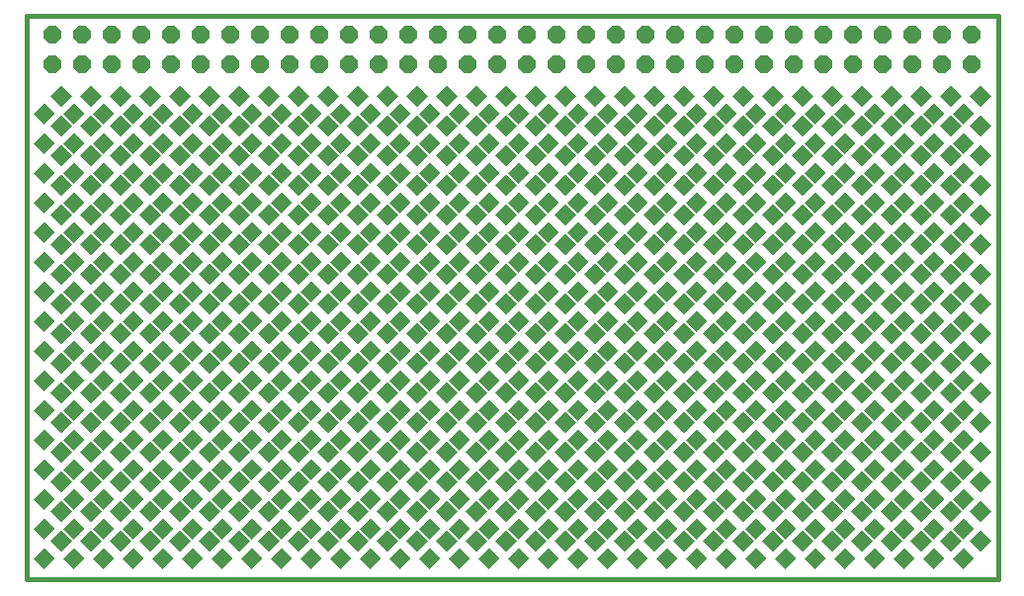
<source format=gts>
G75*
G70*
%OFA0B0*%
%FSLAX24Y24*%
%IPPOS*%
%LPD*%
%AMOC8*
5,1,8,0,0,1.08239X$1,22.5*
%
%ADD10C,0.0160*%
%ADD11R,0.0512X0.0512*%
%ADD12OC8,0.0600*%
D10*
X000187Y000189D02*
X000187Y019189D01*
X032937Y019189D01*
X032937Y000189D01*
X000187Y000189D01*
D11*
G36*
X000770Y001259D02*
X001132Y000897D01*
X000770Y000535D01*
X000408Y000897D01*
X000770Y001259D01*
G37*
G36*
X001354Y001844D02*
X001716Y001482D01*
X001354Y001120D01*
X000992Y001482D01*
X001354Y001844D01*
G37*
G36*
X001770Y002259D02*
X002132Y001897D01*
X001770Y001535D01*
X001408Y001897D01*
X001770Y002259D01*
G37*
G36*
X001354Y002844D02*
X001716Y002482D01*
X001354Y002120D01*
X000992Y002482D01*
X001354Y002844D01*
G37*
G36*
X001770Y003259D02*
X002132Y002897D01*
X001770Y002535D01*
X001408Y002897D01*
X001770Y003259D01*
G37*
G36*
X001354Y003844D02*
X001716Y003482D01*
X001354Y003120D01*
X000992Y003482D01*
X001354Y003844D01*
G37*
G36*
X001770Y004259D02*
X002132Y003897D01*
X001770Y003535D01*
X001408Y003897D01*
X001770Y004259D01*
G37*
G36*
X001354Y004844D02*
X001716Y004482D01*
X001354Y004120D01*
X000992Y004482D01*
X001354Y004844D01*
G37*
G36*
X001770Y005259D02*
X002132Y004897D01*
X001770Y004535D01*
X001408Y004897D01*
X001770Y005259D01*
G37*
G36*
X001354Y005844D02*
X001716Y005482D01*
X001354Y005120D01*
X000992Y005482D01*
X001354Y005844D01*
G37*
G36*
X001770Y006259D02*
X002132Y005897D01*
X001770Y005535D01*
X001408Y005897D01*
X001770Y006259D01*
G37*
G36*
X001354Y006844D02*
X001716Y006482D01*
X001354Y006120D01*
X000992Y006482D01*
X001354Y006844D01*
G37*
G36*
X001770Y007259D02*
X002132Y006897D01*
X001770Y006535D01*
X001408Y006897D01*
X001770Y007259D01*
G37*
G36*
X001354Y007844D02*
X001716Y007482D01*
X001354Y007120D01*
X000992Y007482D01*
X001354Y007844D01*
G37*
G36*
X001770Y008259D02*
X002132Y007897D01*
X001770Y007535D01*
X001408Y007897D01*
X001770Y008259D01*
G37*
G36*
X001354Y008844D02*
X001716Y008482D01*
X001354Y008120D01*
X000992Y008482D01*
X001354Y008844D01*
G37*
G36*
X001770Y009259D02*
X002132Y008897D01*
X001770Y008535D01*
X001408Y008897D01*
X001770Y009259D01*
G37*
G36*
X001354Y009844D02*
X001716Y009482D01*
X001354Y009120D01*
X000992Y009482D01*
X001354Y009844D01*
G37*
G36*
X001770Y010259D02*
X002132Y009897D01*
X001770Y009535D01*
X001408Y009897D01*
X001770Y010259D01*
G37*
G36*
X001354Y010844D02*
X001716Y010482D01*
X001354Y010120D01*
X000992Y010482D01*
X001354Y010844D01*
G37*
G36*
X001770Y011259D02*
X002132Y010897D01*
X001770Y010535D01*
X001408Y010897D01*
X001770Y011259D01*
G37*
G36*
X001354Y011844D02*
X001716Y011482D01*
X001354Y011120D01*
X000992Y011482D01*
X001354Y011844D01*
G37*
G36*
X001770Y012259D02*
X002132Y011897D01*
X001770Y011535D01*
X001408Y011897D01*
X001770Y012259D01*
G37*
G36*
X001354Y012844D02*
X001716Y012482D01*
X001354Y012120D01*
X000992Y012482D01*
X001354Y012844D01*
G37*
G36*
X001770Y013259D02*
X002132Y012897D01*
X001770Y012535D01*
X001408Y012897D01*
X001770Y013259D01*
G37*
G36*
X001354Y013844D02*
X001716Y013482D01*
X001354Y013120D01*
X000992Y013482D01*
X001354Y013844D01*
G37*
G36*
X001770Y014259D02*
X002132Y013897D01*
X001770Y013535D01*
X001408Y013897D01*
X001770Y014259D01*
G37*
G36*
X001354Y014844D02*
X001716Y014482D01*
X001354Y014120D01*
X000992Y014482D01*
X001354Y014844D01*
G37*
G36*
X001770Y015259D02*
X002132Y014897D01*
X001770Y014535D01*
X001408Y014897D01*
X001770Y015259D01*
G37*
G36*
X001354Y015844D02*
X001716Y015482D01*
X001354Y015120D01*
X000992Y015482D01*
X001354Y015844D01*
G37*
G36*
X001770Y016259D02*
X002132Y015897D01*
X001770Y015535D01*
X001408Y015897D01*
X001770Y016259D01*
G37*
G36*
X001354Y016844D02*
X001716Y016482D01*
X001354Y016120D01*
X000992Y016482D01*
X001354Y016844D01*
G37*
G36*
X002354Y016844D02*
X002716Y016482D01*
X002354Y016120D01*
X001992Y016482D01*
X002354Y016844D01*
G37*
G36*
X003354Y016844D02*
X003716Y016482D01*
X003354Y016120D01*
X002992Y016482D01*
X003354Y016844D01*
G37*
G36*
X004354Y016844D02*
X004716Y016482D01*
X004354Y016120D01*
X003992Y016482D01*
X004354Y016844D01*
G37*
G36*
X005354Y016844D02*
X005716Y016482D01*
X005354Y016120D01*
X004992Y016482D01*
X005354Y016844D01*
G37*
G36*
X006354Y016844D02*
X006716Y016482D01*
X006354Y016120D01*
X005992Y016482D01*
X006354Y016844D01*
G37*
G36*
X007354Y016844D02*
X007716Y016482D01*
X007354Y016120D01*
X006992Y016482D01*
X007354Y016844D01*
G37*
G36*
X008354Y016844D02*
X008716Y016482D01*
X008354Y016120D01*
X007992Y016482D01*
X008354Y016844D01*
G37*
G36*
X009354Y016844D02*
X009716Y016482D01*
X009354Y016120D01*
X008992Y016482D01*
X009354Y016844D01*
G37*
G36*
X010354Y016844D02*
X010716Y016482D01*
X010354Y016120D01*
X009992Y016482D01*
X010354Y016844D01*
G37*
G36*
X011354Y016844D02*
X011716Y016482D01*
X011354Y016120D01*
X010992Y016482D01*
X011354Y016844D01*
G37*
G36*
X012354Y016844D02*
X012716Y016482D01*
X012354Y016120D01*
X011992Y016482D01*
X012354Y016844D01*
G37*
G36*
X013354Y016844D02*
X013716Y016482D01*
X013354Y016120D01*
X012992Y016482D01*
X013354Y016844D01*
G37*
G36*
X014354Y016844D02*
X014716Y016482D01*
X014354Y016120D01*
X013992Y016482D01*
X014354Y016844D01*
G37*
G36*
X015354Y016844D02*
X015716Y016482D01*
X015354Y016120D01*
X014992Y016482D01*
X015354Y016844D01*
G37*
G36*
X016354Y016844D02*
X016716Y016482D01*
X016354Y016120D01*
X015992Y016482D01*
X016354Y016844D01*
G37*
G36*
X017354Y016844D02*
X017716Y016482D01*
X017354Y016120D01*
X016992Y016482D01*
X017354Y016844D01*
G37*
G36*
X018354Y016844D02*
X018716Y016482D01*
X018354Y016120D01*
X017992Y016482D01*
X018354Y016844D01*
G37*
G36*
X019354Y016844D02*
X019716Y016482D01*
X019354Y016120D01*
X018992Y016482D01*
X019354Y016844D01*
G37*
G36*
X020354Y016844D02*
X020716Y016482D01*
X020354Y016120D01*
X019992Y016482D01*
X020354Y016844D01*
G37*
G36*
X021354Y016844D02*
X021716Y016482D01*
X021354Y016120D01*
X020992Y016482D01*
X021354Y016844D01*
G37*
G36*
X022354Y016844D02*
X022716Y016482D01*
X022354Y016120D01*
X021992Y016482D01*
X022354Y016844D01*
G37*
G36*
X023354Y016844D02*
X023716Y016482D01*
X023354Y016120D01*
X022992Y016482D01*
X023354Y016844D01*
G37*
G36*
X024354Y016844D02*
X024716Y016482D01*
X024354Y016120D01*
X023992Y016482D01*
X024354Y016844D01*
G37*
G36*
X025354Y016844D02*
X025716Y016482D01*
X025354Y016120D01*
X024992Y016482D01*
X025354Y016844D01*
G37*
G36*
X026354Y016844D02*
X026716Y016482D01*
X026354Y016120D01*
X025992Y016482D01*
X026354Y016844D01*
G37*
G36*
X027354Y016844D02*
X027716Y016482D01*
X027354Y016120D01*
X026992Y016482D01*
X027354Y016844D01*
G37*
G36*
X028354Y016844D02*
X028716Y016482D01*
X028354Y016120D01*
X027992Y016482D01*
X028354Y016844D01*
G37*
G36*
X029354Y016844D02*
X029716Y016482D01*
X029354Y016120D01*
X028992Y016482D01*
X029354Y016844D01*
G37*
G36*
X030354Y016844D02*
X030716Y016482D01*
X030354Y016120D01*
X029992Y016482D01*
X030354Y016844D01*
G37*
G36*
X031354Y016844D02*
X031716Y016482D01*
X031354Y016120D01*
X030992Y016482D01*
X031354Y016844D01*
G37*
G36*
X032354Y016844D02*
X032716Y016482D01*
X032354Y016120D01*
X031992Y016482D01*
X032354Y016844D01*
G37*
G36*
X031770Y016259D02*
X032132Y015897D01*
X031770Y015535D01*
X031408Y015897D01*
X031770Y016259D01*
G37*
G36*
X030770Y016259D02*
X031132Y015897D01*
X030770Y015535D01*
X030408Y015897D01*
X030770Y016259D01*
G37*
G36*
X029770Y016259D02*
X030132Y015897D01*
X029770Y015535D01*
X029408Y015897D01*
X029770Y016259D01*
G37*
G36*
X028770Y016259D02*
X029132Y015897D01*
X028770Y015535D01*
X028408Y015897D01*
X028770Y016259D01*
G37*
G36*
X027770Y016259D02*
X028132Y015897D01*
X027770Y015535D01*
X027408Y015897D01*
X027770Y016259D01*
G37*
G36*
X026770Y016259D02*
X027132Y015897D01*
X026770Y015535D01*
X026408Y015897D01*
X026770Y016259D01*
G37*
G36*
X025770Y016259D02*
X026132Y015897D01*
X025770Y015535D01*
X025408Y015897D01*
X025770Y016259D01*
G37*
G36*
X024770Y016259D02*
X025132Y015897D01*
X024770Y015535D01*
X024408Y015897D01*
X024770Y016259D01*
G37*
G36*
X023770Y016259D02*
X024132Y015897D01*
X023770Y015535D01*
X023408Y015897D01*
X023770Y016259D01*
G37*
G36*
X022770Y016259D02*
X023132Y015897D01*
X022770Y015535D01*
X022408Y015897D01*
X022770Y016259D01*
G37*
G36*
X021770Y016259D02*
X022132Y015897D01*
X021770Y015535D01*
X021408Y015897D01*
X021770Y016259D01*
G37*
G36*
X020770Y016259D02*
X021132Y015897D01*
X020770Y015535D01*
X020408Y015897D01*
X020770Y016259D01*
G37*
G36*
X019770Y016259D02*
X020132Y015897D01*
X019770Y015535D01*
X019408Y015897D01*
X019770Y016259D01*
G37*
G36*
X018770Y016259D02*
X019132Y015897D01*
X018770Y015535D01*
X018408Y015897D01*
X018770Y016259D01*
G37*
G36*
X017770Y016259D02*
X018132Y015897D01*
X017770Y015535D01*
X017408Y015897D01*
X017770Y016259D01*
G37*
G36*
X016770Y016259D02*
X017132Y015897D01*
X016770Y015535D01*
X016408Y015897D01*
X016770Y016259D01*
G37*
G36*
X015770Y016259D02*
X016132Y015897D01*
X015770Y015535D01*
X015408Y015897D01*
X015770Y016259D01*
G37*
G36*
X014770Y016259D02*
X015132Y015897D01*
X014770Y015535D01*
X014408Y015897D01*
X014770Y016259D01*
G37*
G36*
X013770Y016259D02*
X014132Y015897D01*
X013770Y015535D01*
X013408Y015897D01*
X013770Y016259D01*
G37*
G36*
X012770Y016259D02*
X013132Y015897D01*
X012770Y015535D01*
X012408Y015897D01*
X012770Y016259D01*
G37*
G36*
X011770Y016259D02*
X012132Y015897D01*
X011770Y015535D01*
X011408Y015897D01*
X011770Y016259D01*
G37*
G36*
X010770Y016259D02*
X011132Y015897D01*
X010770Y015535D01*
X010408Y015897D01*
X010770Y016259D01*
G37*
G36*
X009770Y016259D02*
X010132Y015897D01*
X009770Y015535D01*
X009408Y015897D01*
X009770Y016259D01*
G37*
G36*
X008770Y016259D02*
X009132Y015897D01*
X008770Y015535D01*
X008408Y015897D01*
X008770Y016259D01*
G37*
G36*
X007770Y016259D02*
X008132Y015897D01*
X007770Y015535D01*
X007408Y015897D01*
X007770Y016259D01*
G37*
G36*
X006770Y016259D02*
X007132Y015897D01*
X006770Y015535D01*
X006408Y015897D01*
X006770Y016259D01*
G37*
G36*
X005770Y016259D02*
X006132Y015897D01*
X005770Y015535D01*
X005408Y015897D01*
X005770Y016259D01*
G37*
G36*
X004770Y016259D02*
X005132Y015897D01*
X004770Y015535D01*
X004408Y015897D01*
X004770Y016259D01*
G37*
G36*
X003770Y016259D02*
X004132Y015897D01*
X003770Y015535D01*
X003408Y015897D01*
X003770Y016259D01*
G37*
G36*
X002770Y016259D02*
X003132Y015897D01*
X002770Y015535D01*
X002408Y015897D01*
X002770Y016259D01*
G37*
G36*
X002354Y015844D02*
X002716Y015482D01*
X002354Y015120D01*
X001992Y015482D01*
X002354Y015844D01*
G37*
G36*
X003354Y015844D02*
X003716Y015482D01*
X003354Y015120D01*
X002992Y015482D01*
X003354Y015844D01*
G37*
G36*
X004354Y015844D02*
X004716Y015482D01*
X004354Y015120D01*
X003992Y015482D01*
X004354Y015844D01*
G37*
G36*
X005354Y015844D02*
X005716Y015482D01*
X005354Y015120D01*
X004992Y015482D01*
X005354Y015844D01*
G37*
G36*
X006354Y015844D02*
X006716Y015482D01*
X006354Y015120D01*
X005992Y015482D01*
X006354Y015844D01*
G37*
G36*
X007354Y015844D02*
X007716Y015482D01*
X007354Y015120D01*
X006992Y015482D01*
X007354Y015844D01*
G37*
G36*
X008354Y015844D02*
X008716Y015482D01*
X008354Y015120D01*
X007992Y015482D01*
X008354Y015844D01*
G37*
G36*
X009354Y015844D02*
X009716Y015482D01*
X009354Y015120D01*
X008992Y015482D01*
X009354Y015844D01*
G37*
G36*
X010354Y015844D02*
X010716Y015482D01*
X010354Y015120D01*
X009992Y015482D01*
X010354Y015844D01*
G37*
G36*
X011354Y015844D02*
X011716Y015482D01*
X011354Y015120D01*
X010992Y015482D01*
X011354Y015844D01*
G37*
G36*
X012354Y015844D02*
X012716Y015482D01*
X012354Y015120D01*
X011992Y015482D01*
X012354Y015844D01*
G37*
G36*
X013354Y015844D02*
X013716Y015482D01*
X013354Y015120D01*
X012992Y015482D01*
X013354Y015844D01*
G37*
G36*
X014354Y015844D02*
X014716Y015482D01*
X014354Y015120D01*
X013992Y015482D01*
X014354Y015844D01*
G37*
G36*
X015354Y015844D02*
X015716Y015482D01*
X015354Y015120D01*
X014992Y015482D01*
X015354Y015844D01*
G37*
G36*
X016354Y015844D02*
X016716Y015482D01*
X016354Y015120D01*
X015992Y015482D01*
X016354Y015844D01*
G37*
G36*
X017354Y015844D02*
X017716Y015482D01*
X017354Y015120D01*
X016992Y015482D01*
X017354Y015844D01*
G37*
G36*
X018354Y015844D02*
X018716Y015482D01*
X018354Y015120D01*
X017992Y015482D01*
X018354Y015844D01*
G37*
G36*
X019354Y015844D02*
X019716Y015482D01*
X019354Y015120D01*
X018992Y015482D01*
X019354Y015844D01*
G37*
G36*
X020354Y015844D02*
X020716Y015482D01*
X020354Y015120D01*
X019992Y015482D01*
X020354Y015844D01*
G37*
G36*
X021354Y015844D02*
X021716Y015482D01*
X021354Y015120D01*
X020992Y015482D01*
X021354Y015844D01*
G37*
G36*
X022354Y015844D02*
X022716Y015482D01*
X022354Y015120D01*
X021992Y015482D01*
X022354Y015844D01*
G37*
G36*
X023354Y015844D02*
X023716Y015482D01*
X023354Y015120D01*
X022992Y015482D01*
X023354Y015844D01*
G37*
G36*
X024354Y015844D02*
X024716Y015482D01*
X024354Y015120D01*
X023992Y015482D01*
X024354Y015844D01*
G37*
G36*
X025354Y015844D02*
X025716Y015482D01*
X025354Y015120D01*
X024992Y015482D01*
X025354Y015844D01*
G37*
G36*
X026354Y015844D02*
X026716Y015482D01*
X026354Y015120D01*
X025992Y015482D01*
X026354Y015844D01*
G37*
G36*
X027354Y015844D02*
X027716Y015482D01*
X027354Y015120D01*
X026992Y015482D01*
X027354Y015844D01*
G37*
G36*
X028354Y015844D02*
X028716Y015482D01*
X028354Y015120D01*
X027992Y015482D01*
X028354Y015844D01*
G37*
G36*
X029354Y015844D02*
X029716Y015482D01*
X029354Y015120D01*
X028992Y015482D01*
X029354Y015844D01*
G37*
G36*
X030354Y015844D02*
X030716Y015482D01*
X030354Y015120D01*
X029992Y015482D01*
X030354Y015844D01*
G37*
G36*
X031354Y015844D02*
X031716Y015482D01*
X031354Y015120D01*
X030992Y015482D01*
X031354Y015844D01*
G37*
G36*
X032354Y015844D02*
X032716Y015482D01*
X032354Y015120D01*
X031992Y015482D01*
X032354Y015844D01*
G37*
G36*
X031770Y015259D02*
X032132Y014897D01*
X031770Y014535D01*
X031408Y014897D01*
X031770Y015259D01*
G37*
G36*
X030770Y015259D02*
X031132Y014897D01*
X030770Y014535D01*
X030408Y014897D01*
X030770Y015259D01*
G37*
G36*
X029770Y015259D02*
X030132Y014897D01*
X029770Y014535D01*
X029408Y014897D01*
X029770Y015259D01*
G37*
G36*
X028770Y015259D02*
X029132Y014897D01*
X028770Y014535D01*
X028408Y014897D01*
X028770Y015259D01*
G37*
G36*
X027770Y015259D02*
X028132Y014897D01*
X027770Y014535D01*
X027408Y014897D01*
X027770Y015259D01*
G37*
G36*
X026770Y015259D02*
X027132Y014897D01*
X026770Y014535D01*
X026408Y014897D01*
X026770Y015259D01*
G37*
G36*
X025770Y015259D02*
X026132Y014897D01*
X025770Y014535D01*
X025408Y014897D01*
X025770Y015259D01*
G37*
G36*
X024770Y015259D02*
X025132Y014897D01*
X024770Y014535D01*
X024408Y014897D01*
X024770Y015259D01*
G37*
G36*
X023770Y015259D02*
X024132Y014897D01*
X023770Y014535D01*
X023408Y014897D01*
X023770Y015259D01*
G37*
G36*
X022770Y015259D02*
X023132Y014897D01*
X022770Y014535D01*
X022408Y014897D01*
X022770Y015259D01*
G37*
G36*
X021770Y015259D02*
X022132Y014897D01*
X021770Y014535D01*
X021408Y014897D01*
X021770Y015259D01*
G37*
G36*
X020770Y015259D02*
X021132Y014897D01*
X020770Y014535D01*
X020408Y014897D01*
X020770Y015259D01*
G37*
G36*
X019770Y015259D02*
X020132Y014897D01*
X019770Y014535D01*
X019408Y014897D01*
X019770Y015259D01*
G37*
G36*
X018770Y015259D02*
X019132Y014897D01*
X018770Y014535D01*
X018408Y014897D01*
X018770Y015259D01*
G37*
G36*
X017770Y015259D02*
X018132Y014897D01*
X017770Y014535D01*
X017408Y014897D01*
X017770Y015259D01*
G37*
G36*
X016770Y015259D02*
X017132Y014897D01*
X016770Y014535D01*
X016408Y014897D01*
X016770Y015259D01*
G37*
G36*
X015770Y015259D02*
X016132Y014897D01*
X015770Y014535D01*
X015408Y014897D01*
X015770Y015259D01*
G37*
G36*
X014770Y015259D02*
X015132Y014897D01*
X014770Y014535D01*
X014408Y014897D01*
X014770Y015259D01*
G37*
G36*
X013770Y015259D02*
X014132Y014897D01*
X013770Y014535D01*
X013408Y014897D01*
X013770Y015259D01*
G37*
G36*
X012770Y015259D02*
X013132Y014897D01*
X012770Y014535D01*
X012408Y014897D01*
X012770Y015259D01*
G37*
G36*
X011770Y015259D02*
X012132Y014897D01*
X011770Y014535D01*
X011408Y014897D01*
X011770Y015259D01*
G37*
G36*
X010770Y015259D02*
X011132Y014897D01*
X010770Y014535D01*
X010408Y014897D01*
X010770Y015259D01*
G37*
G36*
X009770Y015259D02*
X010132Y014897D01*
X009770Y014535D01*
X009408Y014897D01*
X009770Y015259D01*
G37*
G36*
X008770Y015259D02*
X009132Y014897D01*
X008770Y014535D01*
X008408Y014897D01*
X008770Y015259D01*
G37*
G36*
X007770Y015259D02*
X008132Y014897D01*
X007770Y014535D01*
X007408Y014897D01*
X007770Y015259D01*
G37*
G36*
X006770Y015259D02*
X007132Y014897D01*
X006770Y014535D01*
X006408Y014897D01*
X006770Y015259D01*
G37*
G36*
X005770Y015259D02*
X006132Y014897D01*
X005770Y014535D01*
X005408Y014897D01*
X005770Y015259D01*
G37*
G36*
X004770Y015259D02*
X005132Y014897D01*
X004770Y014535D01*
X004408Y014897D01*
X004770Y015259D01*
G37*
G36*
X003770Y015259D02*
X004132Y014897D01*
X003770Y014535D01*
X003408Y014897D01*
X003770Y015259D01*
G37*
G36*
X002770Y015259D02*
X003132Y014897D01*
X002770Y014535D01*
X002408Y014897D01*
X002770Y015259D01*
G37*
G36*
X002354Y014844D02*
X002716Y014482D01*
X002354Y014120D01*
X001992Y014482D01*
X002354Y014844D01*
G37*
G36*
X003354Y014844D02*
X003716Y014482D01*
X003354Y014120D01*
X002992Y014482D01*
X003354Y014844D01*
G37*
G36*
X004354Y014844D02*
X004716Y014482D01*
X004354Y014120D01*
X003992Y014482D01*
X004354Y014844D01*
G37*
G36*
X005354Y014844D02*
X005716Y014482D01*
X005354Y014120D01*
X004992Y014482D01*
X005354Y014844D01*
G37*
G36*
X006354Y014844D02*
X006716Y014482D01*
X006354Y014120D01*
X005992Y014482D01*
X006354Y014844D01*
G37*
G36*
X007354Y014844D02*
X007716Y014482D01*
X007354Y014120D01*
X006992Y014482D01*
X007354Y014844D01*
G37*
G36*
X008354Y014844D02*
X008716Y014482D01*
X008354Y014120D01*
X007992Y014482D01*
X008354Y014844D01*
G37*
G36*
X009354Y014844D02*
X009716Y014482D01*
X009354Y014120D01*
X008992Y014482D01*
X009354Y014844D01*
G37*
G36*
X010354Y014844D02*
X010716Y014482D01*
X010354Y014120D01*
X009992Y014482D01*
X010354Y014844D01*
G37*
G36*
X011354Y014844D02*
X011716Y014482D01*
X011354Y014120D01*
X010992Y014482D01*
X011354Y014844D01*
G37*
G36*
X012354Y014844D02*
X012716Y014482D01*
X012354Y014120D01*
X011992Y014482D01*
X012354Y014844D01*
G37*
G36*
X013354Y014844D02*
X013716Y014482D01*
X013354Y014120D01*
X012992Y014482D01*
X013354Y014844D01*
G37*
G36*
X014354Y014844D02*
X014716Y014482D01*
X014354Y014120D01*
X013992Y014482D01*
X014354Y014844D01*
G37*
G36*
X015354Y014844D02*
X015716Y014482D01*
X015354Y014120D01*
X014992Y014482D01*
X015354Y014844D01*
G37*
G36*
X016354Y014844D02*
X016716Y014482D01*
X016354Y014120D01*
X015992Y014482D01*
X016354Y014844D01*
G37*
G36*
X017354Y014844D02*
X017716Y014482D01*
X017354Y014120D01*
X016992Y014482D01*
X017354Y014844D01*
G37*
G36*
X018354Y014844D02*
X018716Y014482D01*
X018354Y014120D01*
X017992Y014482D01*
X018354Y014844D01*
G37*
G36*
X019354Y014844D02*
X019716Y014482D01*
X019354Y014120D01*
X018992Y014482D01*
X019354Y014844D01*
G37*
G36*
X020354Y014844D02*
X020716Y014482D01*
X020354Y014120D01*
X019992Y014482D01*
X020354Y014844D01*
G37*
G36*
X021354Y014844D02*
X021716Y014482D01*
X021354Y014120D01*
X020992Y014482D01*
X021354Y014844D01*
G37*
G36*
X022354Y014844D02*
X022716Y014482D01*
X022354Y014120D01*
X021992Y014482D01*
X022354Y014844D01*
G37*
G36*
X023354Y014844D02*
X023716Y014482D01*
X023354Y014120D01*
X022992Y014482D01*
X023354Y014844D01*
G37*
G36*
X024354Y014844D02*
X024716Y014482D01*
X024354Y014120D01*
X023992Y014482D01*
X024354Y014844D01*
G37*
G36*
X025354Y014844D02*
X025716Y014482D01*
X025354Y014120D01*
X024992Y014482D01*
X025354Y014844D01*
G37*
G36*
X026354Y014844D02*
X026716Y014482D01*
X026354Y014120D01*
X025992Y014482D01*
X026354Y014844D01*
G37*
G36*
X027354Y014844D02*
X027716Y014482D01*
X027354Y014120D01*
X026992Y014482D01*
X027354Y014844D01*
G37*
G36*
X028354Y014844D02*
X028716Y014482D01*
X028354Y014120D01*
X027992Y014482D01*
X028354Y014844D01*
G37*
G36*
X029354Y014844D02*
X029716Y014482D01*
X029354Y014120D01*
X028992Y014482D01*
X029354Y014844D01*
G37*
G36*
X030354Y014844D02*
X030716Y014482D01*
X030354Y014120D01*
X029992Y014482D01*
X030354Y014844D01*
G37*
G36*
X031354Y014844D02*
X031716Y014482D01*
X031354Y014120D01*
X030992Y014482D01*
X031354Y014844D01*
G37*
G36*
X032354Y014844D02*
X032716Y014482D01*
X032354Y014120D01*
X031992Y014482D01*
X032354Y014844D01*
G37*
G36*
X031770Y014259D02*
X032132Y013897D01*
X031770Y013535D01*
X031408Y013897D01*
X031770Y014259D01*
G37*
G36*
X030770Y014259D02*
X031132Y013897D01*
X030770Y013535D01*
X030408Y013897D01*
X030770Y014259D01*
G37*
G36*
X029770Y014259D02*
X030132Y013897D01*
X029770Y013535D01*
X029408Y013897D01*
X029770Y014259D01*
G37*
G36*
X028770Y014259D02*
X029132Y013897D01*
X028770Y013535D01*
X028408Y013897D01*
X028770Y014259D01*
G37*
G36*
X027770Y014259D02*
X028132Y013897D01*
X027770Y013535D01*
X027408Y013897D01*
X027770Y014259D01*
G37*
G36*
X026770Y014259D02*
X027132Y013897D01*
X026770Y013535D01*
X026408Y013897D01*
X026770Y014259D01*
G37*
G36*
X025770Y014259D02*
X026132Y013897D01*
X025770Y013535D01*
X025408Y013897D01*
X025770Y014259D01*
G37*
G36*
X024770Y014259D02*
X025132Y013897D01*
X024770Y013535D01*
X024408Y013897D01*
X024770Y014259D01*
G37*
G36*
X023770Y014259D02*
X024132Y013897D01*
X023770Y013535D01*
X023408Y013897D01*
X023770Y014259D01*
G37*
G36*
X022770Y014259D02*
X023132Y013897D01*
X022770Y013535D01*
X022408Y013897D01*
X022770Y014259D01*
G37*
G36*
X021770Y014259D02*
X022132Y013897D01*
X021770Y013535D01*
X021408Y013897D01*
X021770Y014259D01*
G37*
G36*
X020770Y014259D02*
X021132Y013897D01*
X020770Y013535D01*
X020408Y013897D01*
X020770Y014259D01*
G37*
G36*
X019770Y014259D02*
X020132Y013897D01*
X019770Y013535D01*
X019408Y013897D01*
X019770Y014259D01*
G37*
G36*
X018770Y014259D02*
X019132Y013897D01*
X018770Y013535D01*
X018408Y013897D01*
X018770Y014259D01*
G37*
G36*
X017770Y014259D02*
X018132Y013897D01*
X017770Y013535D01*
X017408Y013897D01*
X017770Y014259D01*
G37*
G36*
X016770Y014259D02*
X017132Y013897D01*
X016770Y013535D01*
X016408Y013897D01*
X016770Y014259D01*
G37*
G36*
X015770Y014259D02*
X016132Y013897D01*
X015770Y013535D01*
X015408Y013897D01*
X015770Y014259D01*
G37*
G36*
X014770Y014259D02*
X015132Y013897D01*
X014770Y013535D01*
X014408Y013897D01*
X014770Y014259D01*
G37*
G36*
X013770Y014259D02*
X014132Y013897D01*
X013770Y013535D01*
X013408Y013897D01*
X013770Y014259D01*
G37*
G36*
X012770Y014259D02*
X013132Y013897D01*
X012770Y013535D01*
X012408Y013897D01*
X012770Y014259D01*
G37*
G36*
X011770Y014259D02*
X012132Y013897D01*
X011770Y013535D01*
X011408Y013897D01*
X011770Y014259D01*
G37*
G36*
X010770Y014259D02*
X011132Y013897D01*
X010770Y013535D01*
X010408Y013897D01*
X010770Y014259D01*
G37*
G36*
X009770Y014259D02*
X010132Y013897D01*
X009770Y013535D01*
X009408Y013897D01*
X009770Y014259D01*
G37*
G36*
X008770Y014259D02*
X009132Y013897D01*
X008770Y013535D01*
X008408Y013897D01*
X008770Y014259D01*
G37*
G36*
X007770Y014259D02*
X008132Y013897D01*
X007770Y013535D01*
X007408Y013897D01*
X007770Y014259D01*
G37*
G36*
X006770Y014259D02*
X007132Y013897D01*
X006770Y013535D01*
X006408Y013897D01*
X006770Y014259D01*
G37*
G36*
X005770Y014259D02*
X006132Y013897D01*
X005770Y013535D01*
X005408Y013897D01*
X005770Y014259D01*
G37*
G36*
X004770Y014259D02*
X005132Y013897D01*
X004770Y013535D01*
X004408Y013897D01*
X004770Y014259D01*
G37*
G36*
X003770Y014259D02*
X004132Y013897D01*
X003770Y013535D01*
X003408Y013897D01*
X003770Y014259D01*
G37*
G36*
X002770Y014259D02*
X003132Y013897D01*
X002770Y013535D01*
X002408Y013897D01*
X002770Y014259D01*
G37*
G36*
X002354Y013844D02*
X002716Y013482D01*
X002354Y013120D01*
X001992Y013482D01*
X002354Y013844D01*
G37*
G36*
X003354Y013844D02*
X003716Y013482D01*
X003354Y013120D01*
X002992Y013482D01*
X003354Y013844D01*
G37*
G36*
X004354Y013844D02*
X004716Y013482D01*
X004354Y013120D01*
X003992Y013482D01*
X004354Y013844D01*
G37*
G36*
X005354Y013844D02*
X005716Y013482D01*
X005354Y013120D01*
X004992Y013482D01*
X005354Y013844D01*
G37*
G36*
X006354Y013844D02*
X006716Y013482D01*
X006354Y013120D01*
X005992Y013482D01*
X006354Y013844D01*
G37*
G36*
X007354Y013844D02*
X007716Y013482D01*
X007354Y013120D01*
X006992Y013482D01*
X007354Y013844D01*
G37*
G36*
X008354Y013844D02*
X008716Y013482D01*
X008354Y013120D01*
X007992Y013482D01*
X008354Y013844D01*
G37*
G36*
X009354Y013844D02*
X009716Y013482D01*
X009354Y013120D01*
X008992Y013482D01*
X009354Y013844D01*
G37*
G36*
X010354Y013844D02*
X010716Y013482D01*
X010354Y013120D01*
X009992Y013482D01*
X010354Y013844D01*
G37*
G36*
X011354Y013844D02*
X011716Y013482D01*
X011354Y013120D01*
X010992Y013482D01*
X011354Y013844D01*
G37*
G36*
X012354Y013844D02*
X012716Y013482D01*
X012354Y013120D01*
X011992Y013482D01*
X012354Y013844D01*
G37*
G36*
X013354Y013844D02*
X013716Y013482D01*
X013354Y013120D01*
X012992Y013482D01*
X013354Y013844D01*
G37*
G36*
X014354Y013844D02*
X014716Y013482D01*
X014354Y013120D01*
X013992Y013482D01*
X014354Y013844D01*
G37*
G36*
X015354Y013844D02*
X015716Y013482D01*
X015354Y013120D01*
X014992Y013482D01*
X015354Y013844D01*
G37*
G36*
X016354Y013844D02*
X016716Y013482D01*
X016354Y013120D01*
X015992Y013482D01*
X016354Y013844D01*
G37*
G36*
X017354Y013844D02*
X017716Y013482D01*
X017354Y013120D01*
X016992Y013482D01*
X017354Y013844D01*
G37*
G36*
X018354Y013844D02*
X018716Y013482D01*
X018354Y013120D01*
X017992Y013482D01*
X018354Y013844D01*
G37*
G36*
X019354Y013844D02*
X019716Y013482D01*
X019354Y013120D01*
X018992Y013482D01*
X019354Y013844D01*
G37*
G36*
X020354Y013844D02*
X020716Y013482D01*
X020354Y013120D01*
X019992Y013482D01*
X020354Y013844D01*
G37*
G36*
X021354Y013844D02*
X021716Y013482D01*
X021354Y013120D01*
X020992Y013482D01*
X021354Y013844D01*
G37*
G36*
X022354Y013844D02*
X022716Y013482D01*
X022354Y013120D01*
X021992Y013482D01*
X022354Y013844D01*
G37*
G36*
X023354Y013844D02*
X023716Y013482D01*
X023354Y013120D01*
X022992Y013482D01*
X023354Y013844D01*
G37*
G36*
X024354Y013844D02*
X024716Y013482D01*
X024354Y013120D01*
X023992Y013482D01*
X024354Y013844D01*
G37*
G36*
X025354Y013844D02*
X025716Y013482D01*
X025354Y013120D01*
X024992Y013482D01*
X025354Y013844D01*
G37*
G36*
X026354Y013844D02*
X026716Y013482D01*
X026354Y013120D01*
X025992Y013482D01*
X026354Y013844D01*
G37*
G36*
X027354Y013844D02*
X027716Y013482D01*
X027354Y013120D01*
X026992Y013482D01*
X027354Y013844D01*
G37*
G36*
X028354Y013844D02*
X028716Y013482D01*
X028354Y013120D01*
X027992Y013482D01*
X028354Y013844D01*
G37*
G36*
X029354Y013844D02*
X029716Y013482D01*
X029354Y013120D01*
X028992Y013482D01*
X029354Y013844D01*
G37*
G36*
X030354Y013844D02*
X030716Y013482D01*
X030354Y013120D01*
X029992Y013482D01*
X030354Y013844D01*
G37*
G36*
X031354Y013844D02*
X031716Y013482D01*
X031354Y013120D01*
X030992Y013482D01*
X031354Y013844D01*
G37*
G36*
X032354Y013844D02*
X032716Y013482D01*
X032354Y013120D01*
X031992Y013482D01*
X032354Y013844D01*
G37*
G36*
X031770Y013259D02*
X032132Y012897D01*
X031770Y012535D01*
X031408Y012897D01*
X031770Y013259D01*
G37*
G36*
X030770Y013259D02*
X031132Y012897D01*
X030770Y012535D01*
X030408Y012897D01*
X030770Y013259D01*
G37*
G36*
X029770Y013259D02*
X030132Y012897D01*
X029770Y012535D01*
X029408Y012897D01*
X029770Y013259D01*
G37*
G36*
X028770Y013259D02*
X029132Y012897D01*
X028770Y012535D01*
X028408Y012897D01*
X028770Y013259D01*
G37*
G36*
X027770Y013259D02*
X028132Y012897D01*
X027770Y012535D01*
X027408Y012897D01*
X027770Y013259D01*
G37*
G36*
X026770Y013259D02*
X027132Y012897D01*
X026770Y012535D01*
X026408Y012897D01*
X026770Y013259D01*
G37*
G36*
X025770Y013259D02*
X026132Y012897D01*
X025770Y012535D01*
X025408Y012897D01*
X025770Y013259D01*
G37*
G36*
X024770Y013259D02*
X025132Y012897D01*
X024770Y012535D01*
X024408Y012897D01*
X024770Y013259D01*
G37*
G36*
X023770Y013259D02*
X024132Y012897D01*
X023770Y012535D01*
X023408Y012897D01*
X023770Y013259D01*
G37*
G36*
X022770Y013259D02*
X023132Y012897D01*
X022770Y012535D01*
X022408Y012897D01*
X022770Y013259D01*
G37*
G36*
X021770Y013259D02*
X022132Y012897D01*
X021770Y012535D01*
X021408Y012897D01*
X021770Y013259D01*
G37*
G36*
X020770Y013259D02*
X021132Y012897D01*
X020770Y012535D01*
X020408Y012897D01*
X020770Y013259D01*
G37*
G36*
X019770Y013259D02*
X020132Y012897D01*
X019770Y012535D01*
X019408Y012897D01*
X019770Y013259D01*
G37*
G36*
X018770Y013259D02*
X019132Y012897D01*
X018770Y012535D01*
X018408Y012897D01*
X018770Y013259D01*
G37*
G36*
X017770Y013259D02*
X018132Y012897D01*
X017770Y012535D01*
X017408Y012897D01*
X017770Y013259D01*
G37*
G36*
X016770Y013259D02*
X017132Y012897D01*
X016770Y012535D01*
X016408Y012897D01*
X016770Y013259D01*
G37*
G36*
X015770Y013259D02*
X016132Y012897D01*
X015770Y012535D01*
X015408Y012897D01*
X015770Y013259D01*
G37*
G36*
X014770Y013259D02*
X015132Y012897D01*
X014770Y012535D01*
X014408Y012897D01*
X014770Y013259D01*
G37*
G36*
X013770Y013259D02*
X014132Y012897D01*
X013770Y012535D01*
X013408Y012897D01*
X013770Y013259D01*
G37*
G36*
X012770Y013259D02*
X013132Y012897D01*
X012770Y012535D01*
X012408Y012897D01*
X012770Y013259D01*
G37*
G36*
X011770Y013259D02*
X012132Y012897D01*
X011770Y012535D01*
X011408Y012897D01*
X011770Y013259D01*
G37*
G36*
X010770Y013259D02*
X011132Y012897D01*
X010770Y012535D01*
X010408Y012897D01*
X010770Y013259D01*
G37*
G36*
X009770Y013259D02*
X010132Y012897D01*
X009770Y012535D01*
X009408Y012897D01*
X009770Y013259D01*
G37*
G36*
X008770Y013259D02*
X009132Y012897D01*
X008770Y012535D01*
X008408Y012897D01*
X008770Y013259D01*
G37*
G36*
X007770Y013259D02*
X008132Y012897D01*
X007770Y012535D01*
X007408Y012897D01*
X007770Y013259D01*
G37*
G36*
X006770Y013259D02*
X007132Y012897D01*
X006770Y012535D01*
X006408Y012897D01*
X006770Y013259D01*
G37*
G36*
X005770Y013259D02*
X006132Y012897D01*
X005770Y012535D01*
X005408Y012897D01*
X005770Y013259D01*
G37*
G36*
X004770Y013259D02*
X005132Y012897D01*
X004770Y012535D01*
X004408Y012897D01*
X004770Y013259D01*
G37*
G36*
X003770Y013259D02*
X004132Y012897D01*
X003770Y012535D01*
X003408Y012897D01*
X003770Y013259D01*
G37*
G36*
X002770Y013259D02*
X003132Y012897D01*
X002770Y012535D01*
X002408Y012897D01*
X002770Y013259D01*
G37*
G36*
X002354Y012844D02*
X002716Y012482D01*
X002354Y012120D01*
X001992Y012482D01*
X002354Y012844D01*
G37*
G36*
X003354Y012844D02*
X003716Y012482D01*
X003354Y012120D01*
X002992Y012482D01*
X003354Y012844D01*
G37*
G36*
X004354Y012844D02*
X004716Y012482D01*
X004354Y012120D01*
X003992Y012482D01*
X004354Y012844D01*
G37*
G36*
X005354Y012844D02*
X005716Y012482D01*
X005354Y012120D01*
X004992Y012482D01*
X005354Y012844D01*
G37*
G36*
X006354Y012844D02*
X006716Y012482D01*
X006354Y012120D01*
X005992Y012482D01*
X006354Y012844D01*
G37*
G36*
X007354Y012844D02*
X007716Y012482D01*
X007354Y012120D01*
X006992Y012482D01*
X007354Y012844D01*
G37*
G36*
X008354Y012844D02*
X008716Y012482D01*
X008354Y012120D01*
X007992Y012482D01*
X008354Y012844D01*
G37*
G36*
X009354Y012844D02*
X009716Y012482D01*
X009354Y012120D01*
X008992Y012482D01*
X009354Y012844D01*
G37*
G36*
X010354Y012844D02*
X010716Y012482D01*
X010354Y012120D01*
X009992Y012482D01*
X010354Y012844D01*
G37*
G36*
X011354Y012844D02*
X011716Y012482D01*
X011354Y012120D01*
X010992Y012482D01*
X011354Y012844D01*
G37*
G36*
X012354Y012844D02*
X012716Y012482D01*
X012354Y012120D01*
X011992Y012482D01*
X012354Y012844D01*
G37*
G36*
X013354Y012844D02*
X013716Y012482D01*
X013354Y012120D01*
X012992Y012482D01*
X013354Y012844D01*
G37*
G36*
X014354Y012844D02*
X014716Y012482D01*
X014354Y012120D01*
X013992Y012482D01*
X014354Y012844D01*
G37*
G36*
X015354Y012844D02*
X015716Y012482D01*
X015354Y012120D01*
X014992Y012482D01*
X015354Y012844D01*
G37*
G36*
X016354Y012844D02*
X016716Y012482D01*
X016354Y012120D01*
X015992Y012482D01*
X016354Y012844D01*
G37*
G36*
X017354Y012844D02*
X017716Y012482D01*
X017354Y012120D01*
X016992Y012482D01*
X017354Y012844D01*
G37*
G36*
X018354Y012844D02*
X018716Y012482D01*
X018354Y012120D01*
X017992Y012482D01*
X018354Y012844D01*
G37*
G36*
X019354Y012844D02*
X019716Y012482D01*
X019354Y012120D01*
X018992Y012482D01*
X019354Y012844D01*
G37*
G36*
X020354Y012844D02*
X020716Y012482D01*
X020354Y012120D01*
X019992Y012482D01*
X020354Y012844D01*
G37*
G36*
X021354Y012844D02*
X021716Y012482D01*
X021354Y012120D01*
X020992Y012482D01*
X021354Y012844D01*
G37*
G36*
X022354Y012844D02*
X022716Y012482D01*
X022354Y012120D01*
X021992Y012482D01*
X022354Y012844D01*
G37*
G36*
X023354Y012844D02*
X023716Y012482D01*
X023354Y012120D01*
X022992Y012482D01*
X023354Y012844D01*
G37*
G36*
X024354Y012844D02*
X024716Y012482D01*
X024354Y012120D01*
X023992Y012482D01*
X024354Y012844D01*
G37*
G36*
X025354Y012844D02*
X025716Y012482D01*
X025354Y012120D01*
X024992Y012482D01*
X025354Y012844D01*
G37*
G36*
X026354Y012844D02*
X026716Y012482D01*
X026354Y012120D01*
X025992Y012482D01*
X026354Y012844D01*
G37*
G36*
X027354Y012844D02*
X027716Y012482D01*
X027354Y012120D01*
X026992Y012482D01*
X027354Y012844D01*
G37*
G36*
X028354Y012844D02*
X028716Y012482D01*
X028354Y012120D01*
X027992Y012482D01*
X028354Y012844D01*
G37*
G36*
X029354Y012844D02*
X029716Y012482D01*
X029354Y012120D01*
X028992Y012482D01*
X029354Y012844D01*
G37*
G36*
X030354Y012844D02*
X030716Y012482D01*
X030354Y012120D01*
X029992Y012482D01*
X030354Y012844D01*
G37*
G36*
X031354Y012844D02*
X031716Y012482D01*
X031354Y012120D01*
X030992Y012482D01*
X031354Y012844D01*
G37*
G36*
X032354Y012844D02*
X032716Y012482D01*
X032354Y012120D01*
X031992Y012482D01*
X032354Y012844D01*
G37*
G36*
X031770Y012259D02*
X032132Y011897D01*
X031770Y011535D01*
X031408Y011897D01*
X031770Y012259D01*
G37*
G36*
X030770Y012259D02*
X031132Y011897D01*
X030770Y011535D01*
X030408Y011897D01*
X030770Y012259D01*
G37*
G36*
X029770Y012259D02*
X030132Y011897D01*
X029770Y011535D01*
X029408Y011897D01*
X029770Y012259D01*
G37*
G36*
X028770Y012259D02*
X029132Y011897D01*
X028770Y011535D01*
X028408Y011897D01*
X028770Y012259D01*
G37*
G36*
X027770Y012259D02*
X028132Y011897D01*
X027770Y011535D01*
X027408Y011897D01*
X027770Y012259D01*
G37*
G36*
X026770Y012259D02*
X027132Y011897D01*
X026770Y011535D01*
X026408Y011897D01*
X026770Y012259D01*
G37*
G36*
X025770Y012259D02*
X026132Y011897D01*
X025770Y011535D01*
X025408Y011897D01*
X025770Y012259D01*
G37*
G36*
X024770Y012259D02*
X025132Y011897D01*
X024770Y011535D01*
X024408Y011897D01*
X024770Y012259D01*
G37*
G36*
X023770Y012259D02*
X024132Y011897D01*
X023770Y011535D01*
X023408Y011897D01*
X023770Y012259D01*
G37*
G36*
X022770Y012259D02*
X023132Y011897D01*
X022770Y011535D01*
X022408Y011897D01*
X022770Y012259D01*
G37*
G36*
X021770Y012259D02*
X022132Y011897D01*
X021770Y011535D01*
X021408Y011897D01*
X021770Y012259D01*
G37*
G36*
X020770Y012259D02*
X021132Y011897D01*
X020770Y011535D01*
X020408Y011897D01*
X020770Y012259D01*
G37*
G36*
X019770Y012259D02*
X020132Y011897D01*
X019770Y011535D01*
X019408Y011897D01*
X019770Y012259D01*
G37*
G36*
X018770Y012259D02*
X019132Y011897D01*
X018770Y011535D01*
X018408Y011897D01*
X018770Y012259D01*
G37*
G36*
X017770Y012259D02*
X018132Y011897D01*
X017770Y011535D01*
X017408Y011897D01*
X017770Y012259D01*
G37*
G36*
X016770Y012259D02*
X017132Y011897D01*
X016770Y011535D01*
X016408Y011897D01*
X016770Y012259D01*
G37*
G36*
X015770Y012259D02*
X016132Y011897D01*
X015770Y011535D01*
X015408Y011897D01*
X015770Y012259D01*
G37*
G36*
X014770Y012259D02*
X015132Y011897D01*
X014770Y011535D01*
X014408Y011897D01*
X014770Y012259D01*
G37*
G36*
X013770Y012259D02*
X014132Y011897D01*
X013770Y011535D01*
X013408Y011897D01*
X013770Y012259D01*
G37*
G36*
X012770Y012259D02*
X013132Y011897D01*
X012770Y011535D01*
X012408Y011897D01*
X012770Y012259D01*
G37*
G36*
X011770Y012259D02*
X012132Y011897D01*
X011770Y011535D01*
X011408Y011897D01*
X011770Y012259D01*
G37*
G36*
X010770Y012259D02*
X011132Y011897D01*
X010770Y011535D01*
X010408Y011897D01*
X010770Y012259D01*
G37*
G36*
X009770Y012259D02*
X010132Y011897D01*
X009770Y011535D01*
X009408Y011897D01*
X009770Y012259D01*
G37*
G36*
X008770Y012259D02*
X009132Y011897D01*
X008770Y011535D01*
X008408Y011897D01*
X008770Y012259D01*
G37*
G36*
X007770Y012259D02*
X008132Y011897D01*
X007770Y011535D01*
X007408Y011897D01*
X007770Y012259D01*
G37*
G36*
X006770Y012259D02*
X007132Y011897D01*
X006770Y011535D01*
X006408Y011897D01*
X006770Y012259D01*
G37*
G36*
X005770Y012259D02*
X006132Y011897D01*
X005770Y011535D01*
X005408Y011897D01*
X005770Y012259D01*
G37*
G36*
X004770Y012259D02*
X005132Y011897D01*
X004770Y011535D01*
X004408Y011897D01*
X004770Y012259D01*
G37*
G36*
X003770Y012259D02*
X004132Y011897D01*
X003770Y011535D01*
X003408Y011897D01*
X003770Y012259D01*
G37*
G36*
X002770Y012259D02*
X003132Y011897D01*
X002770Y011535D01*
X002408Y011897D01*
X002770Y012259D01*
G37*
G36*
X002354Y011844D02*
X002716Y011482D01*
X002354Y011120D01*
X001992Y011482D01*
X002354Y011844D01*
G37*
G36*
X003354Y011844D02*
X003716Y011482D01*
X003354Y011120D01*
X002992Y011482D01*
X003354Y011844D01*
G37*
G36*
X004354Y011844D02*
X004716Y011482D01*
X004354Y011120D01*
X003992Y011482D01*
X004354Y011844D01*
G37*
G36*
X005354Y011844D02*
X005716Y011482D01*
X005354Y011120D01*
X004992Y011482D01*
X005354Y011844D01*
G37*
G36*
X006354Y011844D02*
X006716Y011482D01*
X006354Y011120D01*
X005992Y011482D01*
X006354Y011844D01*
G37*
G36*
X007354Y011844D02*
X007716Y011482D01*
X007354Y011120D01*
X006992Y011482D01*
X007354Y011844D01*
G37*
G36*
X008354Y011844D02*
X008716Y011482D01*
X008354Y011120D01*
X007992Y011482D01*
X008354Y011844D01*
G37*
G36*
X009354Y011844D02*
X009716Y011482D01*
X009354Y011120D01*
X008992Y011482D01*
X009354Y011844D01*
G37*
G36*
X010354Y011844D02*
X010716Y011482D01*
X010354Y011120D01*
X009992Y011482D01*
X010354Y011844D01*
G37*
G36*
X011354Y011844D02*
X011716Y011482D01*
X011354Y011120D01*
X010992Y011482D01*
X011354Y011844D01*
G37*
G36*
X012354Y011844D02*
X012716Y011482D01*
X012354Y011120D01*
X011992Y011482D01*
X012354Y011844D01*
G37*
G36*
X013354Y011844D02*
X013716Y011482D01*
X013354Y011120D01*
X012992Y011482D01*
X013354Y011844D01*
G37*
G36*
X014354Y011844D02*
X014716Y011482D01*
X014354Y011120D01*
X013992Y011482D01*
X014354Y011844D01*
G37*
G36*
X015354Y011844D02*
X015716Y011482D01*
X015354Y011120D01*
X014992Y011482D01*
X015354Y011844D01*
G37*
G36*
X016354Y011844D02*
X016716Y011482D01*
X016354Y011120D01*
X015992Y011482D01*
X016354Y011844D01*
G37*
G36*
X017354Y011844D02*
X017716Y011482D01*
X017354Y011120D01*
X016992Y011482D01*
X017354Y011844D01*
G37*
G36*
X018354Y011844D02*
X018716Y011482D01*
X018354Y011120D01*
X017992Y011482D01*
X018354Y011844D01*
G37*
G36*
X019354Y011844D02*
X019716Y011482D01*
X019354Y011120D01*
X018992Y011482D01*
X019354Y011844D01*
G37*
G36*
X020354Y011844D02*
X020716Y011482D01*
X020354Y011120D01*
X019992Y011482D01*
X020354Y011844D01*
G37*
G36*
X021354Y011844D02*
X021716Y011482D01*
X021354Y011120D01*
X020992Y011482D01*
X021354Y011844D01*
G37*
G36*
X022354Y011844D02*
X022716Y011482D01*
X022354Y011120D01*
X021992Y011482D01*
X022354Y011844D01*
G37*
G36*
X023354Y011844D02*
X023716Y011482D01*
X023354Y011120D01*
X022992Y011482D01*
X023354Y011844D01*
G37*
G36*
X024354Y011844D02*
X024716Y011482D01*
X024354Y011120D01*
X023992Y011482D01*
X024354Y011844D01*
G37*
G36*
X025354Y011844D02*
X025716Y011482D01*
X025354Y011120D01*
X024992Y011482D01*
X025354Y011844D01*
G37*
G36*
X026354Y011844D02*
X026716Y011482D01*
X026354Y011120D01*
X025992Y011482D01*
X026354Y011844D01*
G37*
G36*
X027354Y011844D02*
X027716Y011482D01*
X027354Y011120D01*
X026992Y011482D01*
X027354Y011844D01*
G37*
G36*
X028354Y011844D02*
X028716Y011482D01*
X028354Y011120D01*
X027992Y011482D01*
X028354Y011844D01*
G37*
G36*
X029354Y011844D02*
X029716Y011482D01*
X029354Y011120D01*
X028992Y011482D01*
X029354Y011844D01*
G37*
G36*
X030354Y011844D02*
X030716Y011482D01*
X030354Y011120D01*
X029992Y011482D01*
X030354Y011844D01*
G37*
G36*
X031354Y011844D02*
X031716Y011482D01*
X031354Y011120D01*
X030992Y011482D01*
X031354Y011844D01*
G37*
G36*
X032354Y011844D02*
X032716Y011482D01*
X032354Y011120D01*
X031992Y011482D01*
X032354Y011844D01*
G37*
G36*
X031770Y011259D02*
X032132Y010897D01*
X031770Y010535D01*
X031408Y010897D01*
X031770Y011259D01*
G37*
G36*
X030770Y011259D02*
X031132Y010897D01*
X030770Y010535D01*
X030408Y010897D01*
X030770Y011259D01*
G37*
G36*
X029770Y011259D02*
X030132Y010897D01*
X029770Y010535D01*
X029408Y010897D01*
X029770Y011259D01*
G37*
G36*
X028770Y011259D02*
X029132Y010897D01*
X028770Y010535D01*
X028408Y010897D01*
X028770Y011259D01*
G37*
G36*
X027770Y011259D02*
X028132Y010897D01*
X027770Y010535D01*
X027408Y010897D01*
X027770Y011259D01*
G37*
G36*
X026770Y011259D02*
X027132Y010897D01*
X026770Y010535D01*
X026408Y010897D01*
X026770Y011259D01*
G37*
G36*
X025770Y011259D02*
X026132Y010897D01*
X025770Y010535D01*
X025408Y010897D01*
X025770Y011259D01*
G37*
G36*
X024770Y011259D02*
X025132Y010897D01*
X024770Y010535D01*
X024408Y010897D01*
X024770Y011259D01*
G37*
G36*
X023770Y011259D02*
X024132Y010897D01*
X023770Y010535D01*
X023408Y010897D01*
X023770Y011259D01*
G37*
G36*
X022770Y011259D02*
X023132Y010897D01*
X022770Y010535D01*
X022408Y010897D01*
X022770Y011259D01*
G37*
G36*
X021770Y011259D02*
X022132Y010897D01*
X021770Y010535D01*
X021408Y010897D01*
X021770Y011259D01*
G37*
G36*
X020770Y011259D02*
X021132Y010897D01*
X020770Y010535D01*
X020408Y010897D01*
X020770Y011259D01*
G37*
G36*
X019770Y011259D02*
X020132Y010897D01*
X019770Y010535D01*
X019408Y010897D01*
X019770Y011259D01*
G37*
G36*
X018770Y011259D02*
X019132Y010897D01*
X018770Y010535D01*
X018408Y010897D01*
X018770Y011259D01*
G37*
G36*
X017770Y011259D02*
X018132Y010897D01*
X017770Y010535D01*
X017408Y010897D01*
X017770Y011259D01*
G37*
G36*
X016770Y011259D02*
X017132Y010897D01*
X016770Y010535D01*
X016408Y010897D01*
X016770Y011259D01*
G37*
G36*
X015770Y011259D02*
X016132Y010897D01*
X015770Y010535D01*
X015408Y010897D01*
X015770Y011259D01*
G37*
G36*
X014770Y011259D02*
X015132Y010897D01*
X014770Y010535D01*
X014408Y010897D01*
X014770Y011259D01*
G37*
G36*
X013770Y011259D02*
X014132Y010897D01*
X013770Y010535D01*
X013408Y010897D01*
X013770Y011259D01*
G37*
G36*
X012770Y011259D02*
X013132Y010897D01*
X012770Y010535D01*
X012408Y010897D01*
X012770Y011259D01*
G37*
G36*
X011770Y011259D02*
X012132Y010897D01*
X011770Y010535D01*
X011408Y010897D01*
X011770Y011259D01*
G37*
G36*
X010770Y011259D02*
X011132Y010897D01*
X010770Y010535D01*
X010408Y010897D01*
X010770Y011259D01*
G37*
G36*
X009770Y011259D02*
X010132Y010897D01*
X009770Y010535D01*
X009408Y010897D01*
X009770Y011259D01*
G37*
G36*
X008770Y011259D02*
X009132Y010897D01*
X008770Y010535D01*
X008408Y010897D01*
X008770Y011259D01*
G37*
G36*
X007770Y011259D02*
X008132Y010897D01*
X007770Y010535D01*
X007408Y010897D01*
X007770Y011259D01*
G37*
G36*
X006770Y011259D02*
X007132Y010897D01*
X006770Y010535D01*
X006408Y010897D01*
X006770Y011259D01*
G37*
G36*
X005770Y011259D02*
X006132Y010897D01*
X005770Y010535D01*
X005408Y010897D01*
X005770Y011259D01*
G37*
G36*
X004770Y011259D02*
X005132Y010897D01*
X004770Y010535D01*
X004408Y010897D01*
X004770Y011259D01*
G37*
G36*
X003770Y011259D02*
X004132Y010897D01*
X003770Y010535D01*
X003408Y010897D01*
X003770Y011259D01*
G37*
G36*
X002770Y011259D02*
X003132Y010897D01*
X002770Y010535D01*
X002408Y010897D01*
X002770Y011259D01*
G37*
G36*
X002354Y010844D02*
X002716Y010482D01*
X002354Y010120D01*
X001992Y010482D01*
X002354Y010844D01*
G37*
G36*
X003354Y010844D02*
X003716Y010482D01*
X003354Y010120D01*
X002992Y010482D01*
X003354Y010844D01*
G37*
G36*
X004354Y010844D02*
X004716Y010482D01*
X004354Y010120D01*
X003992Y010482D01*
X004354Y010844D01*
G37*
G36*
X005354Y010844D02*
X005716Y010482D01*
X005354Y010120D01*
X004992Y010482D01*
X005354Y010844D01*
G37*
G36*
X006354Y010844D02*
X006716Y010482D01*
X006354Y010120D01*
X005992Y010482D01*
X006354Y010844D01*
G37*
G36*
X007354Y010844D02*
X007716Y010482D01*
X007354Y010120D01*
X006992Y010482D01*
X007354Y010844D01*
G37*
G36*
X008354Y010844D02*
X008716Y010482D01*
X008354Y010120D01*
X007992Y010482D01*
X008354Y010844D01*
G37*
G36*
X009354Y010844D02*
X009716Y010482D01*
X009354Y010120D01*
X008992Y010482D01*
X009354Y010844D01*
G37*
G36*
X010354Y010844D02*
X010716Y010482D01*
X010354Y010120D01*
X009992Y010482D01*
X010354Y010844D01*
G37*
G36*
X011354Y010844D02*
X011716Y010482D01*
X011354Y010120D01*
X010992Y010482D01*
X011354Y010844D01*
G37*
G36*
X012354Y010844D02*
X012716Y010482D01*
X012354Y010120D01*
X011992Y010482D01*
X012354Y010844D01*
G37*
G36*
X013354Y010844D02*
X013716Y010482D01*
X013354Y010120D01*
X012992Y010482D01*
X013354Y010844D01*
G37*
G36*
X014354Y010844D02*
X014716Y010482D01*
X014354Y010120D01*
X013992Y010482D01*
X014354Y010844D01*
G37*
G36*
X015354Y010844D02*
X015716Y010482D01*
X015354Y010120D01*
X014992Y010482D01*
X015354Y010844D01*
G37*
G36*
X016354Y010844D02*
X016716Y010482D01*
X016354Y010120D01*
X015992Y010482D01*
X016354Y010844D01*
G37*
G36*
X017354Y010844D02*
X017716Y010482D01*
X017354Y010120D01*
X016992Y010482D01*
X017354Y010844D01*
G37*
G36*
X018354Y010844D02*
X018716Y010482D01*
X018354Y010120D01*
X017992Y010482D01*
X018354Y010844D01*
G37*
G36*
X019354Y010844D02*
X019716Y010482D01*
X019354Y010120D01*
X018992Y010482D01*
X019354Y010844D01*
G37*
G36*
X020354Y010844D02*
X020716Y010482D01*
X020354Y010120D01*
X019992Y010482D01*
X020354Y010844D01*
G37*
G36*
X021354Y010844D02*
X021716Y010482D01*
X021354Y010120D01*
X020992Y010482D01*
X021354Y010844D01*
G37*
G36*
X022354Y010844D02*
X022716Y010482D01*
X022354Y010120D01*
X021992Y010482D01*
X022354Y010844D01*
G37*
G36*
X023354Y010844D02*
X023716Y010482D01*
X023354Y010120D01*
X022992Y010482D01*
X023354Y010844D01*
G37*
G36*
X024354Y010844D02*
X024716Y010482D01*
X024354Y010120D01*
X023992Y010482D01*
X024354Y010844D01*
G37*
G36*
X025354Y010844D02*
X025716Y010482D01*
X025354Y010120D01*
X024992Y010482D01*
X025354Y010844D01*
G37*
G36*
X026354Y010844D02*
X026716Y010482D01*
X026354Y010120D01*
X025992Y010482D01*
X026354Y010844D01*
G37*
G36*
X027354Y010844D02*
X027716Y010482D01*
X027354Y010120D01*
X026992Y010482D01*
X027354Y010844D01*
G37*
G36*
X028354Y010844D02*
X028716Y010482D01*
X028354Y010120D01*
X027992Y010482D01*
X028354Y010844D01*
G37*
G36*
X029354Y010844D02*
X029716Y010482D01*
X029354Y010120D01*
X028992Y010482D01*
X029354Y010844D01*
G37*
G36*
X030354Y010844D02*
X030716Y010482D01*
X030354Y010120D01*
X029992Y010482D01*
X030354Y010844D01*
G37*
G36*
X031354Y010844D02*
X031716Y010482D01*
X031354Y010120D01*
X030992Y010482D01*
X031354Y010844D01*
G37*
G36*
X032354Y010844D02*
X032716Y010482D01*
X032354Y010120D01*
X031992Y010482D01*
X032354Y010844D01*
G37*
G36*
X031770Y010259D02*
X032132Y009897D01*
X031770Y009535D01*
X031408Y009897D01*
X031770Y010259D01*
G37*
G36*
X030770Y010259D02*
X031132Y009897D01*
X030770Y009535D01*
X030408Y009897D01*
X030770Y010259D01*
G37*
G36*
X029770Y010259D02*
X030132Y009897D01*
X029770Y009535D01*
X029408Y009897D01*
X029770Y010259D01*
G37*
G36*
X028770Y010259D02*
X029132Y009897D01*
X028770Y009535D01*
X028408Y009897D01*
X028770Y010259D01*
G37*
G36*
X027770Y010259D02*
X028132Y009897D01*
X027770Y009535D01*
X027408Y009897D01*
X027770Y010259D01*
G37*
G36*
X026770Y010259D02*
X027132Y009897D01*
X026770Y009535D01*
X026408Y009897D01*
X026770Y010259D01*
G37*
G36*
X025770Y010259D02*
X026132Y009897D01*
X025770Y009535D01*
X025408Y009897D01*
X025770Y010259D01*
G37*
G36*
X024770Y010259D02*
X025132Y009897D01*
X024770Y009535D01*
X024408Y009897D01*
X024770Y010259D01*
G37*
G36*
X023770Y010259D02*
X024132Y009897D01*
X023770Y009535D01*
X023408Y009897D01*
X023770Y010259D01*
G37*
G36*
X022770Y010259D02*
X023132Y009897D01*
X022770Y009535D01*
X022408Y009897D01*
X022770Y010259D01*
G37*
G36*
X021770Y010259D02*
X022132Y009897D01*
X021770Y009535D01*
X021408Y009897D01*
X021770Y010259D01*
G37*
G36*
X020770Y010259D02*
X021132Y009897D01*
X020770Y009535D01*
X020408Y009897D01*
X020770Y010259D01*
G37*
G36*
X019770Y010259D02*
X020132Y009897D01*
X019770Y009535D01*
X019408Y009897D01*
X019770Y010259D01*
G37*
G36*
X018770Y010259D02*
X019132Y009897D01*
X018770Y009535D01*
X018408Y009897D01*
X018770Y010259D01*
G37*
G36*
X017770Y010259D02*
X018132Y009897D01*
X017770Y009535D01*
X017408Y009897D01*
X017770Y010259D01*
G37*
G36*
X016770Y010259D02*
X017132Y009897D01*
X016770Y009535D01*
X016408Y009897D01*
X016770Y010259D01*
G37*
G36*
X015770Y010259D02*
X016132Y009897D01*
X015770Y009535D01*
X015408Y009897D01*
X015770Y010259D01*
G37*
G36*
X014770Y010259D02*
X015132Y009897D01*
X014770Y009535D01*
X014408Y009897D01*
X014770Y010259D01*
G37*
G36*
X013770Y010259D02*
X014132Y009897D01*
X013770Y009535D01*
X013408Y009897D01*
X013770Y010259D01*
G37*
G36*
X012770Y010259D02*
X013132Y009897D01*
X012770Y009535D01*
X012408Y009897D01*
X012770Y010259D01*
G37*
G36*
X011770Y010259D02*
X012132Y009897D01*
X011770Y009535D01*
X011408Y009897D01*
X011770Y010259D01*
G37*
G36*
X010770Y010259D02*
X011132Y009897D01*
X010770Y009535D01*
X010408Y009897D01*
X010770Y010259D01*
G37*
G36*
X009770Y010259D02*
X010132Y009897D01*
X009770Y009535D01*
X009408Y009897D01*
X009770Y010259D01*
G37*
G36*
X008770Y010259D02*
X009132Y009897D01*
X008770Y009535D01*
X008408Y009897D01*
X008770Y010259D01*
G37*
G36*
X007770Y010259D02*
X008132Y009897D01*
X007770Y009535D01*
X007408Y009897D01*
X007770Y010259D01*
G37*
G36*
X006770Y010259D02*
X007132Y009897D01*
X006770Y009535D01*
X006408Y009897D01*
X006770Y010259D01*
G37*
G36*
X005770Y010259D02*
X006132Y009897D01*
X005770Y009535D01*
X005408Y009897D01*
X005770Y010259D01*
G37*
G36*
X004770Y010259D02*
X005132Y009897D01*
X004770Y009535D01*
X004408Y009897D01*
X004770Y010259D01*
G37*
G36*
X003770Y010259D02*
X004132Y009897D01*
X003770Y009535D01*
X003408Y009897D01*
X003770Y010259D01*
G37*
G36*
X002770Y010259D02*
X003132Y009897D01*
X002770Y009535D01*
X002408Y009897D01*
X002770Y010259D01*
G37*
G36*
X002354Y009844D02*
X002716Y009482D01*
X002354Y009120D01*
X001992Y009482D01*
X002354Y009844D01*
G37*
G36*
X003354Y009844D02*
X003716Y009482D01*
X003354Y009120D01*
X002992Y009482D01*
X003354Y009844D01*
G37*
G36*
X004354Y009844D02*
X004716Y009482D01*
X004354Y009120D01*
X003992Y009482D01*
X004354Y009844D01*
G37*
G36*
X005354Y009844D02*
X005716Y009482D01*
X005354Y009120D01*
X004992Y009482D01*
X005354Y009844D01*
G37*
G36*
X006354Y009844D02*
X006716Y009482D01*
X006354Y009120D01*
X005992Y009482D01*
X006354Y009844D01*
G37*
G36*
X007354Y009844D02*
X007716Y009482D01*
X007354Y009120D01*
X006992Y009482D01*
X007354Y009844D01*
G37*
G36*
X008354Y009844D02*
X008716Y009482D01*
X008354Y009120D01*
X007992Y009482D01*
X008354Y009844D01*
G37*
G36*
X009354Y009844D02*
X009716Y009482D01*
X009354Y009120D01*
X008992Y009482D01*
X009354Y009844D01*
G37*
G36*
X010354Y009844D02*
X010716Y009482D01*
X010354Y009120D01*
X009992Y009482D01*
X010354Y009844D01*
G37*
G36*
X011354Y009844D02*
X011716Y009482D01*
X011354Y009120D01*
X010992Y009482D01*
X011354Y009844D01*
G37*
G36*
X012354Y009844D02*
X012716Y009482D01*
X012354Y009120D01*
X011992Y009482D01*
X012354Y009844D01*
G37*
G36*
X013354Y009844D02*
X013716Y009482D01*
X013354Y009120D01*
X012992Y009482D01*
X013354Y009844D01*
G37*
G36*
X014354Y009844D02*
X014716Y009482D01*
X014354Y009120D01*
X013992Y009482D01*
X014354Y009844D01*
G37*
G36*
X015354Y009844D02*
X015716Y009482D01*
X015354Y009120D01*
X014992Y009482D01*
X015354Y009844D01*
G37*
G36*
X016354Y009844D02*
X016716Y009482D01*
X016354Y009120D01*
X015992Y009482D01*
X016354Y009844D01*
G37*
G36*
X017354Y009844D02*
X017716Y009482D01*
X017354Y009120D01*
X016992Y009482D01*
X017354Y009844D01*
G37*
G36*
X018354Y009844D02*
X018716Y009482D01*
X018354Y009120D01*
X017992Y009482D01*
X018354Y009844D01*
G37*
G36*
X019354Y009844D02*
X019716Y009482D01*
X019354Y009120D01*
X018992Y009482D01*
X019354Y009844D01*
G37*
G36*
X020354Y009844D02*
X020716Y009482D01*
X020354Y009120D01*
X019992Y009482D01*
X020354Y009844D01*
G37*
G36*
X021354Y009844D02*
X021716Y009482D01*
X021354Y009120D01*
X020992Y009482D01*
X021354Y009844D01*
G37*
G36*
X022354Y009844D02*
X022716Y009482D01*
X022354Y009120D01*
X021992Y009482D01*
X022354Y009844D01*
G37*
G36*
X023354Y009844D02*
X023716Y009482D01*
X023354Y009120D01*
X022992Y009482D01*
X023354Y009844D01*
G37*
G36*
X024354Y009844D02*
X024716Y009482D01*
X024354Y009120D01*
X023992Y009482D01*
X024354Y009844D01*
G37*
G36*
X025354Y009844D02*
X025716Y009482D01*
X025354Y009120D01*
X024992Y009482D01*
X025354Y009844D01*
G37*
G36*
X026354Y009844D02*
X026716Y009482D01*
X026354Y009120D01*
X025992Y009482D01*
X026354Y009844D01*
G37*
G36*
X027354Y009844D02*
X027716Y009482D01*
X027354Y009120D01*
X026992Y009482D01*
X027354Y009844D01*
G37*
G36*
X028354Y009844D02*
X028716Y009482D01*
X028354Y009120D01*
X027992Y009482D01*
X028354Y009844D01*
G37*
G36*
X029354Y009844D02*
X029716Y009482D01*
X029354Y009120D01*
X028992Y009482D01*
X029354Y009844D01*
G37*
G36*
X030354Y009844D02*
X030716Y009482D01*
X030354Y009120D01*
X029992Y009482D01*
X030354Y009844D01*
G37*
G36*
X031354Y009844D02*
X031716Y009482D01*
X031354Y009120D01*
X030992Y009482D01*
X031354Y009844D01*
G37*
G36*
X032354Y009844D02*
X032716Y009482D01*
X032354Y009120D01*
X031992Y009482D01*
X032354Y009844D01*
G37*
G36*
X031770Y009259D02*
X032132Y008897D01*
X031770Y008535D01*
X031408Y008897D01*
X031770Y009259D01*
G37*
G36*
X030770Y009259D02*
X031132Y008897D01*
X030770Y008535D01*
X030408Y008897D01*
X030770Y009259D01*
G37*
G36*
X029770Y009259D02*
X030132Y008897D01*
X029770Y008535D01*
X029408Y008897D01*
X029770Y009259D01*
G37*
G36*
X028770Y009259D02*
X029132Y008897D01*
X028770Y008535D01*
X028408Y008897D01*
X028770Y009259D01*
G37*
G36*
X027770Y009259D02*
X028132Y008897D01*
X027770Y008535D01*
X027408Y008897D01*
X027770Y009259D01*
G37*
G36*
X026770Y009259D02*
X027132Y008897D01*
X026770Y008535D01*
X026408Y008897D01*
X026770Y009259D01*
G37*
G36*
X025770Y009259D02*
X026132Y008897D01*
X025770Y008535D01*
X025408Y008897D01*
X025770Y009259D01*
G37*
G36*
X024770Y009259D02*
X025132Y008897D01*
X024770Y008535D01*
X024408Y008897D01*
X024770Y009259D01*
G37*
G36*
X023770Y009259D02*
X024132Y008897D01*
X023770Y008535D01*
X023408Y008897D01*
X023770Y009259D01*
G37*
G36*
X022770Y009259D02*
X023132Y008897D01*
X022770Y008535D01*
X022408Y008897D01*
X022770Y009259D01*
G37*
G36*
X021770Y009259D02*
X022132Y008897D01*
X021770Y008535D01*
X021408Y008897D01*
X021770Y009259D01*
G37*
G36*
X020770Y009259D02*
X021132Y008897D01*
X020770Y008535D01*
X020408Y008897D01*
X020770Y009259D01*
G37*
G36*
X019770Y009259D02*
X020132Y008897D01*
X019770Y008535D01*
X019408Y008897D01*
X019770Y009259D01*
G37*
G36*
X018770Y009259D02*
X019132Y008897D01*
X018770Y008535D01*
X018408Y008897D01*
X018770Y009259D01*
G37*
G36*
X017770Y009259D02*
X018132Y008897D01*
X017770Y008535D01*
X017408Y008897D01*
X017770Y009259D01*
G37*
G36*
X016770Y009259D02*
X017132Y008897D01*
X016770Y008535D01*
X016408Y008897D01*
X016770Y009259D01*
G37*
G36*
X015770Y009259D02*
X016132Y008897D01*
X015770Y008535D01*
X015408Y008897D01*
X015770Y009259D01*
G37*
G36*
X014770Y009259D02*
X015132Y008897D01*
X014770Y008535D01*
X014408Y008897D01*
X014770Y009259D01*
G37*
G36*
X013770Y009259D02*
X014132Y008897D01*
X013770Y008535D01*
X013408Y008897D01*
X013770Y009259D01*
G37*
G36*
X012770Y009259D02*
X013132Y008897D01*
X012770Y008535D01*
X012408Y008897D01*
X012770Y009259D01*
G37*
G36*
X011770Y009259D02*
X012132Y008897D01*
X011770Y008535D01*
X011408Y008897D01*
X011770Y009259D01*
G37*
G36*
X010770Y009259D02*
X011132Y008897D01*
X010770Y008535D01*
X010408Y008897D01*
X010770Y009259D01*
G37*
G36*
X009770Y009259D02*
X010132Y008897D01*
X009770Y008535D01*
X009408Y008897D01*
X009770Y009259D01*
G37*
G36*
X008770Y009259D02*
X009132Y008897D01*
X008770Y008535D01*
X008408Y008897D01*
X008770Y009259D01*
G37*
G36*
X007770Y009259D02*
X008132Y008897D01*
X007770Y008535D01*
X007408Y008897D01*
X007770Y009259D01*
G37*
G36*
X006770Y009259D02*
X007132Y008897D01*
X006770Y008535D01*
X006408Y008897D01*
X006770Y009259D01*
G37*
G36*
X005770Y009259D02*
X006132Y008897D01*
X005770Y008535D01*
X005408Y008897D01*
X005770Y009259D01*
G37*
G36*
X004770Y009259D02*
X005132Y008897D01*
X004770Y008535D01*
X004408Y008897D01*
X004770Y009259D01*
G37*
G36*
X003770Y009259D02*
X004132Y008897D01*
X003770Y008535D01*
X003408Y008897D01*
X003770Y009259D01*
G37*
G36*
X002770Y009259D02*
X003132Y008897D01*
X002770Y008535D01*
X002408Y008897D01*
X002770Y009259D01*
G37*
G36*
X002354Y008844D02*
X002716Y008482D01*
X002354Y008120D01*
X001992Y008482D01*
X002354Y008844D01*
G37*
G36*
X003354Y008844D02*
X003716Y008482D01*
X003354Y008120D01*
X002992Y008482D01*
X003354Y008844D01*
G37*
G36*
X004354Y008844D02*
X004716Y008482D01*
X004354Y008120D01*
X003992Y008482D01*
X004354Y008844D01*
G37*
G36*
X005354Y008844D02*
X005716Y008482D01*
X005354Y008120D01*
X004992Y008482D01*
X005354Y008844D01*
G37*
G36*
X006354Y008844D02*
X006716Y008482D01*
X006354Y008120D01*
X005992Y008482D01*
X006354Y008844D01*
G37*
G36*
X007354Y008844D02*
X007716Y008482D01*
X007354Y008120D01*
X006992Y008482D01*
X007354Y008844D01*
G37*
G36*
X008354Y008844D02*
X008716Y008482D01*
X008354Y008120D01*
X007992Y008482D01*
X008354Y008844D01*
G37*
G36*
X009354Y008844D02*
X009716Y008482D01*
X009354Y008120D01*
X008992Y008482D01*
X009354Y008844D01*
G37*
G36*
X010354Y008844D02*
X010716Y008482D01*
X010354Y008120D01*
X009992Y008482D01*
X010354Y008844D01*
G37*
G36*
X011354Y008844D02*
X011716Y008482D01*
X011354Y008120D01*
X010992Y008482D01*
X011354Y008844D01*
G37*
G36*
X012354Y008844D02*
X012716Y008482D01*
X012354Y008120D01*
X011992Y008482D01*
X012354Y008844D01*
G37*
G36*
X013354Y008844D02*
X013716Y008482D01*
X013354Y008120D01*
X012992Y008482D01*
X013354Y008844D01*
G37*
G36*
X014354Y008844D02*
X014716Y008482D01*
X014354Y008120D01*
X013992Y008482D01*
X014354Y008844D01*
G37*
G36*
X015354Y008844D02*
X015716Y008482D01*
X015354Y008120D01*
X014992Y008482D01*
X015354Y008844D01*
G37*
G36*
X016354Y008844D02*
X016716Y008482D01*
X016354Y008120D01*
X015992Y008482D01*
X016354Y008844D01*
G37*
G36*
X017354Y008844D02*
X017716Y008482D01*
X017354Y008120D01*
X016992Y008482D01*
X017354Y008844D01*
G37*
G36*
X018354Y008844D02*
X018716Y008482D01*
X018354Y008120D01*
X017992Y008482D01*
X018354Y008844D01*
G37*
G36*
X019354Y008844D02*
X019716Y008482D01*
X019354Y008120D01*
X018992Y008482D01*
X019354Y008844D01*
G37*
G36*
X020354Y008844D02*
X020716Y008482D01*
X020354Y008120D01*
X019992Y008482D01*
X020354Y008844D01*
G37*
G36*
X021354Y008844D02*
X021716Y008482D01*
X021354Y008120D01*
X020992Y008482D01*
X021354Y008844D01*
G37*
G36*
X022354Y008844D02*
X022716Y008482D01*
X022354Y008120D01*
X021992Y008482D01*
X022354Y008844D01*
G37*
G36*
X023354Y008844D02*
X023716Y008482D01*
X023354Y008120D01*
X022992Y008482D01*
X023354Y008844D01*
G37*
G36*
X024354Y008844D02*
X024716Y008482D01*
X024354Y008120D01*
X023992Y008482D01*
X024354Y008844D01*
G37*
G36*
X025354Y008844D02*
X025716Y008482D01*
X025354Y008120D01*
X024992Y008482D01*
X025354Y008844D01*
G37*
G36*
X026354Y008844D02*
X026716Y008482D01*
X026354Y008120D01*
X025992Y008482D01*
X026354Y008844D01*
G37*
G36*
X027354Y008844D02*
X027716Y008482D01*
X027354Y008120D01*
X026992Y008482D01*
X027354Y008844D01*
G37*
G36*
X028354Y008844D02*
X028716Y008482D01*
X028354Y008120D01*
X027992Y008482D01*
X028354Y008844D01*
G37*
G36*
X029354Y008844D02*
X029716Y008482D01*
X029354Y008120D01*
X028992Y008482D01*
X029354Y008844D01*
G37*
G36*
X030354Y008844D02*
X030716Y008482D01*
X030354Y008120D01*
X029992Y008482D01*
X030354Y008844D01*
G37*
G36*
X031354Y008844D02*
X031716Y008482D01*
X031354Y008120D01*
X030992Y008482D01*
X031354Y008844D01*
G37*
G36*
X032354Y008844D02*
X032716Y008482D01*
X032354Y008120D01*
X031992Y008482D01*
X032354Y008844D01*
G37*
G36*
X031770Y008259D02*
X032132Y007897D01*
X031770Y007535D01*
X031408Y007897D01*
X031770Y008259D01*
G37*
G36*
X030770Y008259D02*
X031132Y007897D01*
X030770Y007535D01*
X030408Y007897D01*
X030770Y008259D01*
G37*
G36*
X029770Y008259D02*
X030132Y007897D01*
X029770Y007535D01*
X029408Y007897D01*
X029770Y008259D01*
G37*
G36*
X028770Y008259D02*
X029132Y007897D01*
X028770Y007535D01*
X028408Y007897D01*
X028770Y008259D01*
G37*
G36*
X027770Y008259D02*
X028132Y007897D01*
X027770Y007535D01*
X027408Y007897D01*
X027770Y008259D01*
G37*
G36*
X026770Y008259D02*
X027132Y007897D01*
X026770Y007535D01*
X026408Y007897D01*
X026770Y008259D01*
G37*
G36*
X025770Y008259D02*
X026132Y007897D01*
X025770Y007535D01*
X025408Y007897D01*
X025770Y008259D01*
G37*
G36*
X024770Y008259D02*
X025132Y007897D01*
X024770Y007535D01*
X024408Y007897D01*
X024770Y008259D01*
G37*
G36*
X023770Y008259D02*
X024132Y007897D01*
X023770Y007535D01*
X023408Y007897D01*
X023770Y008259D01*
G37*
G36*
X022770Y008259D02*
X023132Y007897D01*
X022770Y007535D01*
X022408Y007897D01*
X022770Y008259D01*
G37*
G36*
X021770Y008259D02*
X022132Y007897D01*
X021770Y007535D01*
X021408Y007897D01*
X021770Y008259D01*
G37*
G36*
X020770Y008259D02*
X021132Y007897D01*
X020770Y007535D01*
X020408Y007897D01*
X020770Y008259D01*
G37*
G36*
X019770Y008259D02*
X020132Y007897D01*
X019770Y007535D01*
X019408Y007897D01*
X019770Y008259D01*
G37*
G36*
X018770Y008259D02*
X019132Y007897D01*
X018770Y007535D01*
X018408Y007897D01*
X018770Y008259D01*
G37*
G36*
X017770Y008259D02*
X018132Y007897D01*
X017770Y007535D01*
X017408Y007897D01*
X017770Y008259D01*
G37*
G36*
X016770Y008259D02*
X017132Y007897D01*
X016770Y007535D01*
X016408Y007897D01*
X016770Y008259D01*
G37*
G36*
X015770Y008259D02*
X016132Y007897D01*
X015770Y007535D01*
X015408Y007897D01*
X015770Y008259D01*
G37*
G36*
X014770Y008259D02*
X015132Y007897D01*
X014770Y007535D01*
X014408Y007897D01*
X014770Y008259D01*
G37*
G36*
X013770Y008259D02*
X014132Y007897D01*
X013770Y007535D01*
X013408Y007897D01*
X013770Y008259D01*
G37*
G36*
X012770Y008259D02*
X013132Y007897D01*
X012770Y007535D01*
X012408Y007897D01*
X012770Y008259D01*
G37*
G36*
X011770Y008259D02*
X012132Y007897D01*
X011770Y007535D01*
X011408Y007897D01*
X011770Y008259D01*
G37*
G36*
X010770Y008259D02*
X011132Y007897D01*
X010770Y007535D01*
X010408Y007897D01*
X010770Y008259D01*
G37*
G36*
X009770Y008259D02*
X010132Y007897D01*
X009770Y007535D01*
X009408Y007897D01*
X009770Y008259D01*
G37*
G36*
X008770Y008259D02*
X009132Y007897D01*
X008770Y007535D01*
X008408Y007897D01*
X008770Y008259D01*
G37*
G36*
X007770Y008259D02*
X008132Y007897D01*
X007770Y007535D01*
X007408Y007897D01*
X007770Y008259D01*
G37*
G36*
X006770Y008259D02*
X007132Y007897D01*
X006770Y007535D01*
X006408Y007897D01*
X006770Y008259D01*
G37*
G36*
X005770Y008259D02*
X006132Y007897D01*
X005770Y007535D01*
X005408Y007897D01*
X005770Y008259D01*
G37*
G36*
X004770Y008259D02*
X005132Y007897D01*
X004770Y007535D01*
X004408Y007897D01*
X004770Y008259D01*
G37*
G36*
X003770Y008259D02*
X004132Y007897D01*
X003770Y007535D01*
X003408Y007897D01*
X003770Y008259D01*
G37*
G36*
X002770Y008259D02*
X003132Y007897D01*
X002770Y007535D01*
X002408Y007897D01*
X002770Y008259D01*
G37*
G36*
X002354Y007844D02*
X002716Y007482D01*
X002354Y007120D01*
X001992Y007482D01*
X002354Y007844D01*
G37*
G36*
X003354Y007844D02*
X003716Y007482D01*
X003354Y007120D01*
X002992Y007482D01*
X003354Y007844D01*
G37*
G36*
X004354Y007844D02*
X004716Y007482D01*
X004354Y007120D01*
X003992Y007482D01*
X004354Y007844D01*
G37*
G36*
X005354Y007844D02*
X005716Y007482D01*
X005354Y007120D01*
X004992Y007482D01*
X005354Y007844D01*
G37*
G36*
X006354Y007844D02*
X006716Y007482D01*
X006354Y007120D01*
X005992Y007482D01*
X006354Y007844D01*
G37*
G36*
X007354Y007844D02*
X007716Y007482D01*
X007354Y007120D01*
X006992Y007482D01*
X007354Y007844D01*
G37*
G36*
X008354Y007844D02*
X008716Y007482D01*
X008354Y007120D01*
X007992Y007482D01*
X008354Y007844D01*
G37*
G36*
X009354Y007844D02*
X009716Y007482D01*
X009354Y007120D01*
X008992Y007482D01*
X009354Y007844D01*
G37*
G36*
X010354Y007844D02*
X010716Y007482D01*
X010354Y007120D01*
X009992Y007482D01*
X010354Y007844D01*
G37*
G36*
X011354Y007844D02*
X011716Y007482D01*
X011354Y007120D01*
X010992Y007482D01*
X011354Y007844D01*
G37*
G36*
X012354Y007844D02*
X012716Y007482D01*
X012354Y007120D01*
X011992Y007482D01*
X012354Y007844D01*
G37*
G36*
X013354Y007844D02*
X013716Y007482D01*
X013354Y007120D01*
X012992Y007482D01*
X013354Y007844D01*
G37*
G36*
X014354Y007844D02*
X014716Y007482D01*
X014354Y007120D01*
X013992Y007482D01*
X014354Y007844D01*
G37*
G36*
X015354Y007844D02*
X015716Y007482D01*
X015354Y007120D01*
X014992Y007482D01*
X015354Y007844D01*
G37*
G36*
X016354Y007844D02*
X016716Y007482D01*
X016354Y007120D01*
X015992Y007482D01*
X016354Y007844D01*
G37*
G36*
X017354Y007844D02*
X017716Y007482D01*
X017354Y007120D01*
X016992Y007482D01*
X017354Y007844D01*
G37*
G36*
X018354Y007844D02*
X018716Y007482D01*
X018354Y007120D01*
X017992Y007482D01*
X018354Y007844D01*
G37*
G36*
X019354Y007844D02*
X019716Y007482D01*
X019354Y007120D01*
X018992Y007482D01*
X019354Y007844D01*
G37*
G36*
X020354Y007844D02*
X020716Y007482D01*
X020354Y007120D01*
X019992Y007482D01*
X020354Y007844D01*
G37*
G36*
X021354Y007844D02*
X021716Y007482D01*
X021354Y007120D01*
X020992Y007482D01*
X021354Y007844D01*
G37*
G36*
X022354Y007844D02*
X022716Y007482D01*
X022354Y007120D01*
X021992Y007482D01*
X022354Y007844D01*
G37*
G36*
X023354Y007844D02*
X023716Y007482D01*
X023354Y007120D01*
X022992Y007482D01*
X023354Y007844D01*
G37*
G36*
X024354Y007844D02*
X024716Y007482D01*
X024354Y007120D01*
X023992Y007482D01*
X024354Y007844D01*
G37*
G36*
X025354Y007844D02*
X025716Y007482D01*
X025354Y007120D01*
X024992Y007482D01*
X025354Y007844D01*
G37*
G36*
X026354Y007844D02*
X026716Y007482D01*
X026354Y007120D01*
X025992Y007482D01*
X026354Y007844D01*
G37*
G36*
X027354Y007844D02*
X027716Y007482D01*
X027354Y007120D01*
X026992Y007482D01*
X027354Y007844D01*
G37*
G36*
X028354Y007844D02*
X028716Y007482D01*
X028354Y007120D01*
X027992Y007482D01*
X028354Y007844D01*
G37*
G36*
X029354Y007844D02*
X029716Y007482D01*
X029354Y007120D01*
X028992Y007482D01*
X029354Y007844D01*
G37*
G36*
X030354Y007844D02*
X030716Y007482D01*
X030354Y007120D01*
X029992Y007482D01*
X030354Y007844D01*
G37*
G36*
X031354Y007844D02*
X031716Y007482D01*
X031354Y007120D01*
X030992Y007482D01*
X031354Y007844D01*
G37*
G36*
X032354Y007844D02*
X032716Y007482D01*
X032354Y007120D01*
X031992Y007482D01*
X032354Y007844D01*
G37*
G36*
X031770Y007259D02*
X032132Y006897D01*
X031770Y006535D01*
X031408Y006897D01*
X031770Y007259D01*
G37*
G36*
X030770Y007259D02*
X031132Y006897D01*
X030770Y006535D01*
X030408Y006897D01*
X030770Y007259D01*
G37*
G36*
X029770Y007259D02*
X030132Y006897D01*
X029770Y006535D01*
X029408Y006897D01*
X029770Y007259D01*
G37*
G36*
X028770Y007259D02*
X029132Y006897D01*
X028770Y006535D01*
X028408Y006897D01*
X028770Y007259D01*
G37*
G36*
X027770Y007259D02*
X028132Y006897D01*
X027770Y006535D01*
X027408Y006897D01*
X027770Y007259D01*
G37*
G36*
X026770Y007259D02*
X027132Y006897D01*
X026770Y006535D01*
X026408Y006897D01*
X026770Y007259D01*
G37*
G36*
X025770Y007259D02*
X026132Y006897D01*
X025770Y006535D01*
X025408Y006897D01*
X025770Y007259D01*
G37*
G36*
X024770Y007259D02*
X025132Y006897D01*
X024770Y006535D01*
X024408Y006897D01*
X024770Y007259D01*
G37*
G36*
X023770Y007259D02*
X024132Y006897D01*
X023770Y006535D01*
X023408Y006897D01*
X023770Y007259D01*
G37*
G36*
X022770Y007259D02*
X023132Y006897D01*
X022770Y006535D01*
X022408Y006897D01*
X022770Y007259D01*
G37*
G36*
X021770Y007259D02*
X022132Y006897D01*
X021770Y006535D01*
X021408Y006897D01*
X021770Y007259D01*
G37*
G36*
X020770Y007259D02*
X021132Y006897D01*
X020770Y006535D01*
X020408Y006897D01*
X020770Y007259D01*
G37*
G36*
X019770Y007259D02*
X020132Y006897D01*
X019770Y006535D01*
X019408Y006897D01*
X019770Y007259D01*
G37*
G36*
X018770Y007259D02*
X019132Y006897D01*
X018770Y006535D01*
X018408Y006897D01*
X018770Y007259D01*
G37*
G36*
X017770Y007259D02*
X018132Y006897D01*
X017770Y006535D01*
X017408Y006897D01*
X017770Y007259D01*
G37*
G36*
X016770Y007259D02*
X017132Y006897D01*
X016770Y006535D01*
X016408Y006897D01*
X016770Y007259D01*
G37*
G36*
X015770Y007259D02*
X016132Y006897D01*
X015770Y006535D01*
X015408Y006897D01*
X015770Y007259D01*
G37*
G36*
X014770Y007259D02*
X015132Y006897D01*
X014770Y006535D01*
X014408Y006897D01*
X014770Y007259D01*
G37*
G36*
X013770Y007259D02*
X014132Y006897D01*
X013770Y006535D01*
X013408Y006897D01*
X013770Y007259D01*
G37*
G36*
X012770Y007259D02*
X013132Y006897D01*
X012770Y006535D01*
X012408Y006897D01*
X012770Y007259D01*
G37*
G36*
X011770Y007259D02*
X012132Y006897D01*
X011770Y006535D01*
X011408Y006897D01*
X011770Y007259D01*
G37*
G36*
X010770Y007259D02*
X011132Y006897D01*
X010770Y006535D01*
X010408Y006897D01*
X010770Y007259D01*
G37*
G36*
X009770Y007259D02*
X010132Y006897D01*
X009770Y006535D01*
X009408Y006897D01*
X009770Y007259D01*
G37*
G36*
X008770Y007259D02*
X009132Y006897D01*
X008770Y006535D01*
X008408Y006897D01*
X008770Y007259D01*
G37*
G36*
X007770Y007259D02*
X008132Y006897D01*
X007770Y006535D01*
X007408Y006897D01*
X007770Y007259D01*
G37*
G36*
X006770Y007259D02*
X007132Y006897D01*
X006770Y006535D01*
X006408Y006897D01*
X006770Y007259D01*
G37*
G36*
X005770Y007259D02*
X006132Y006897D01*
X005770Y006535D01*
X005408Y006897D01*
X005770Y007259D01*
G37*
G36*
X004770Y007259D02*
X005132Y006897D01*
X004770Y006535D01*
X004408Y006897D01*
X004770Y007259D01*
G37*
G36*
X003770Y007259D02*
X004132Y006897D01*
X003770Y006535D01*
X003408Y006897D01*
X003770Y007259D01*
G37*
G36*
X002770Y007259D02*
X003132Y006897D01*
X002770Y006535D01*
X002408Y006897D01*
X002770Y007259D01*
G37*
G36*
X002354Y006844D02*
X002716Y006482D01*
X002354Y006120D01*
X001992Y006482D01*
X002354Y006844D01*
G37*
G36*
X003354Y006844D02*
X003716Y006482D01*
X003354Y006120D01*
X002992Y006482D01*
X003354Y006844D01*
G37*
G36*
X004354Y006844D02*
X004716Y006482D01*
X004354Y006120D01*
X003992Y006482D01*
X004354Y006844D01*
G37*
G36*
X005354Y006844D02*
X005716Y006482D01*
X005354Y006120D01*
X004992Y006482D01*
X005354Y006844D01*
G37*
G36*
X006354Y006844D02*
X006716Y006482D01*
X006354Y006120D01*
X005992Y006482D01*
X006354Y006844D01*
G37*
G36*
X007354Y006844D02*
X007716Y006482D01*
X007354Y006120D01*
X006992Y006482D01*
X007354Y006844D01*
G37*
G36*
X008354Y006844D02*
X008716Y006482D01*
X008354Y006120D01*
X007992Y006482D01*
X008354Y006844D01*
G37*
G36*
X009354Y006844D02*
X009716Y006482D01*
X009354Y006120D01*
X008992Y006482D01*
X009354Y006844D01*
G37*
G36*
X010354Y006844D02*
X010716Y006482D01*
X010354Y006120D01*
X009992Y006482D01*
X010354Y006844D01*
G37*
G36*
X011354Y006844D02*
X011716Y006482D01*
X011354Y006120D01*
X010992Y006482D01*
X011354Y006844D01*
G37*
G36*
X012354Y006844D02*
X012716Y006482D01*
X012354Y006120D01*
X011992Y006482D01*
X012354Y006844D01*
G37*
G36*
X013354Y006844D02*
X013716Y006482D01*
X013354Y006120D01*
X012992Y006482D01*
X013354Y006844D01*
G37*
G36*
X014354Y006844D02*
X014716Y006482D01*
X014354Y006120D01*
X013992Y006482D01*
X014354Y006844D01*
G37*
G36*
X015354Y006844D02*
X015716Y006482D01*
X015354Y006120D01*
X014992Y006482D01*
X015354Y006844D01*
G37*
G36*
X016354Y006844D02*
X016716Y006482D01*
X016354Y006120D01*
X015992Y006482D01*
X016354Y006844D01*
G37*
G36*
X017354Y006844D02*
X017716Y006482D01*
X017354Y006120D01*
X016992Y006482D01*
X017354Y006844D01*
G37*
G36*
X018354Y006844D02*
X018716Y006482D01*
X018354Y006120D01*
X017992Y006482D01*
X018354Y006844D01*
G37*
G36*
X019354Y006844D02*
X019716Y006482D01*
X019354Y006120D01*
X018992Y006482D01*
X019354Y006844D01*
G37*
G36*
X020354Y006844D02*
X020716Y006482D01*
X020354Y006120D01*
X019992Y006482D01*
X020354Y006844D01*
G37*
G36*
X021354Y006844D02*
X021716Y006482D01*
X021354Y006120D01*
X020992Y006482D01*
X021354Y006844D01*
G37*
G36*
X022354Y006844D02*
X022716Y006482D01*
X022354Y006120D01*
X021992Y006482D01*
X022354Y006844D01*
G37*
G36*
X023354Y006844D02*
X023716Y006482D01*
X023354Y006120D01*
X022992Y006482D01*
X023354Y006844D01*
G37*
G36*
X024354Y006844D02*
X024716Y006482D01*
X024354Y006120D01*
X023992Y006482D01*
X024354Y006844D01*
G37*
G36*
X025354Y006844D02*
X025716Y006482D01*
X025354Y006120D01*
X024992Y006482D01*
X025354Y006844D01*
G37*
G36*
X026354Y006844D02*
X026716Y006482D01*
X026354Y006120D01*
X025992Y006482D01*
X026354Y006844D01*
G37*
G36*
X027354Y006844D02*
X027716Y006482D01*
X027354Y006120D01*
X026992Y006482D01*
X027354Y006844D01*
G37*
G36*
X028354Y006844D02*
X028716Y006482D01*
X028354Y006120D01*
X027992Y006482D01*
X028354Y006844D01*
G37*
G36*
X029354Y006844D02*
X029716Y006482D01*
X029354Y006120D01*
X028992Y006482D01*
X029354Y006844D01*
G37*
G36*
X030354Y006844D02*
X030716Y006482D01*
X030354Y006120D01*
X029992Y006482D01*
X030354Y006844D01*
G37*
G36*
X031354Y006844D02*
X031716Y006482D01*
X031354Y006120D01*
X030992Y006482D01*
X031354Y006844D01*
G37*
G36*
X032354Y006844D02*
X032716Y006482D01*
X032354Y006120D01*
X031992Y006482D01*
X032354Y006844D01*
G37*
G36*
X031770Y006259D02*
X032132Y005897D01*
X031770Y005535D01*
X031408Y005897D01*
X031770Y006259D01*
G37*
G36*
X030770Y006259D02*
X031132Y005897D01*
X030770Y005535D01*
X030408Y005897D01*
X030770Y006259D01*
G37*
G36*
X029770Y006259D02*
X030132Y005897D01*
X029770Y005535D01*
X029408Y005897D01*
X029770Y006259D01*
G37*
G36*
X028770Y006259D02*
X029132Y005897D01*
X028770Y005535D01*
X028408Y005897D01*
X028770Y006259D01*
G37*
G36*
X027770Y006259D02*
X028132Y005897D01*
X027770Y005535D01*
X027408Y005897D01*
X027770Y006259D01*
G37*
G36*
X026770Y006259D02*
X027132Y005897D01*
X026770Y005535D01*
X026408Y005897D01*
X026770Y006259D01*
G37*
G36*
X025770Y006259D02*
X026132Y005897D01*
X025770Y005535D01*
X025408Y005897D01*
X025770Y006259D01*
G37*
G36*
X024770Y006259D02*
X025132Y005897D01*
X024770Y005535D01*
X024408Y005897D01*
X024770Y006259D01*
G37*
G36*
X023770Y006259D02*
X024132Y005897D01*
X023770Y005535D01*
X023408Y005897D01*
X023770Y006259D01*
G37*
G36*
X022770Y006259D02*
X023132Y005897D01*
X022770Y005535D01*
X022408Y005897D01*
X022770Y006259D01*
G37*
G36*
X021770Y006259D02*
X022132Y005897D01*
X021770Y005535D01*
X021408Y005897D01*
X021770Y006259D01*
G37*
G36*
X020770Y006259D02*
X021132Y005897D01*
X020770Y005535D01*
X020408Y005897D01*
X020770Y006259D01*
G37*
G36*
X019770Y006259D02*
X020132Y005897D01*
X019770Y005535D01*
X019408Y005897D01*
X019770Y006259D01*
G37*
G36*
X018770Y006259D02*
X019132Y005897D01*
X018770Y005535D01*
X018408Y005897D01*
X018770Y006259D01*
G37*
G36*
X017770Y006259D02*
X018132Y005897D01*
X017770Y005535D01*
X017408Y005897D01*
X017770Y006259D01*
G37*
G36*
X016770Y006259D02*
X017132Y005897D01*
X016770Y005535D01*
X016408Y005897D01*
X016770Y006259D01*
G37*
G36*
X015770Y006259D02*
X016132Y005897D01*
X015770Y005535D01*
X015408Y005897D01*
X015770Y006259D01*
G37*
G36*
X014770Y006259D02*
X015132Y005897D01*
X014770Y005535D01*
X014408Y005897D01*
X014770Y006259D01*
G37*
G36*
X013770Y006259D02*
X014132Y005897D01*
X013770Y005535D01*
X013408Y005897D01*
X013770Y006259D01*
G37*
G36*
X012770Y006259D02*
X013132Y005897D01*
X012770Y005535D01*
X012408Y005897D01*
X012770Y006259D01*
G37*
G36*
X011770Y006259D02*
X012132Y005897D01*
X011770Y005535D01*
X011408Y005897D01*
X011770Y006259D01*
G37*
G36*
X010770Y006259D02*
X011132Y005897D01*
X010770Y005535D01*
X010408Y005897D01*
X010770Y006259D01*
G37*
G36*
X009770Y006259D02*
X010132Y005897D01*
X009770Y005535D01*
X009408Y005897D01*
X009770Y006259D01*
G37*
G36*
X008770Y006259D02*
X009132Y005897D01*
X008770Y005535D01*
X008408Y005897D01*
X008770Y006259D01*
G37*
G36*
X007770Y006259D02*
X008132Y005897D01*
X007770Y005535D01*
X007408Y005897D01*
X007770Y006259D01*
G37*
G36*
X006770Y006259D02*
X007132Y005897D01*
X006770Y005535D01*
X006408Y005897D01*
X006770Y006259D01*
G37*
G36*
X005770Y006259D02*
X006132Y005897D01*
X005770Y005535D01*
X005408Y005897D01*
X005770Y006259D01*
G37*
G36*
X004770Y006259D02*
X005132Y005897D01*
X004770Y005535D01*
X004408Y005897D01*
X004770Y006259D01*
G37*
G36*
X003770Y006259D02*
X004132Y005897D01*
X003770Y005535D01*
X003408Y005897D01*
X003770Y006259D01*
G37*
G36*
X002770Y006259D02*
X003132Y005897D01*
X002770Y005535D01*
X002408Y005897D01*
X002770Y006259D01*
G37*
G36*
X002354Y005844D02*
X002716Y005482D01*
X002354Y005120D01*
X001992Y005482D01*
X002354Y005844D01*
G37*
G36*
X003354Y005844D02*
X003716Y005482D01*
X003354Y005120D01*
X002992Y005482D01*
X003354Y005844D01*
G37*
G36*
X004354Y005844D02*
X004716Y005482D01*
X004354Y005120D01*
X003992Y005482D01*
X004354Y005844D01*
G37*
G36*
X005354Y005844D02*
X005716Y005482D01*
X005354Y005120D01*
X004992Y005482D01*
X005354Y005844D01*
G37*
G36*
X006354Y005844D02*
X006716Y005482D01*
X006354Y005120D01*
X005992Y005482D01*
X006354Y005844D01*
G37*
G36*
X007354Y005844D02*
X007716Y005482D01*
X007354Y005120D01*
X006992Y005482D01*
X007354Y005844D01*
G37*
G36*
X008354Y005844D02*
X008716Y005482D01*
X008354Y005120D01*
X007992Y005482D01*
X008354Y005844D01*
G37*
G36*
X009354Y005844D02*
X009716Y005482D01*
X009354Y005120D01*
X008992Y005482D01*
X009354Y005844D01*
G37*
G36*
X010354Y005844D02*
X010716Y005482D01*
X010354Y005120D01*
X009992Y005482D01*
X010354Y005844D01*
G37*
G36*
X011354Y005844D02*
X011716Y005482D01*
X011354Y005120D01*
X010992Y005482D01*
X011354Y005844D01*
G37*
G36*
X012354Y005844D02*
X012716Y005482D01*
X012354Y005120D01*
X011992Y005482D01*
X012354Y005844D01*
G37*
G36*
X013354Y005844D02*
X013716Y005482D01*
X013354Y005120D01*
X012992Y005482D01*
X013354Y005844D01*
G37*
G36*
X014354Y005844D02*
X014716Y005482D01*
X014354Y005120D01*
X013992Y005482D01*
X014354Y005844D01*
G37*
G36*
X015354Y005844D02*
X015716Y005482D01*
X015354Y005120D01*
X014992Y005482D01*
X015354Y005844D01*
G37*
G36*
X016354Y005844D02*
X016716Y005482D01*
X016354Y005120D01*
X015992Y005482D01*
X016354Y005844D01*
G37*
G36*
X017354Y005844D02*
X017716Y005482D01*
X017354Y005120D01*
X016992Y005482D01*
X017354Y005844D01*
G37*
G36*
X018354Y005844D02*
X018716Y005482D01*
X018354Y005120D01*
X017992Y005482D01*
X018354Y005844D01*
G37*
G36*
X019354Y005844D02*
X019716Y005482D01*
X019354Y005120D01*
X018992Y005482D01*
X019354Y005844D01*
G37*
G36*
X020354Y005844D02*
X020716Y005482D01*
X020354Y005120D01*
X019992Y005482D01*
X020354Y005844D01*
G37*
G36*
X021354Y005844D02*
X021716Y005482D01*
X021354Y005120D01*
X020992Y005482D01*
X021354Y005844D01*
G37*
G36*
X022354Y005844D02*
X022716Y005482D01*
X022354Y005120D01*
X021992Y005482D01*
X022354Y005844D01*
G37*
G36*
X023354Y005844D02*
X023716Y005482D01*
X023354Y005120D01*
X022992Y005482D01*
X023354Y005844D01*
G37*
G36*
X024354Y005844D02*
X024716Y005482D01*
X024354Y005120D01*
X023992Y005482D01*
X024354Y005844D01*
G37*
G36*
X025354Y005844D02*
X025716Y005482D01*
X025354Y005120D01*
X024992Y005482D01*
X025354Y005844D01*
G37*
G36*
X026354Y005844D02*
X026716Y005482D01*
X026354Y005120D01*
X025992Y005482D01*
X026354Y005844D01*
G37*
G36*
X027354Y005844D02*
X027716Y005482D01*
X027354Y005120D01*
X026992Y005482D01*
X027354Y005844D01*
G37*
G36*
X028354Y005844D02*
X028716Y005482D01*
X028354Y005120D01*
X027992Y005482D01*
X028354Y005844D01*
G37*
G36*
X029354Y005844D02*
X029716Y005482D01*
X029354Y005120D01*
X028992Y005482D01*
X029354Y005844D01*
G37*
G36*
X030354Y005844D02*
X030716Y005482D01*
X030354Y005120D01*
X029992Y005482D01*
X030354Y005844D01*
G37*
G36*
X031354Y005844D02*
X031716Y005482D01*
X031354Y005120D01*
X030992Y005482D01*
X031354Y005844D01*
G37*
G36*
X032354Y005844D02*
X032716Y005482D01*
X032354Y005120D01*
X031992Y005482D01*
X032354Y005844D01*
G37*
G36*
X031770Y005259D02*
X032132Y004897D01*
X031770Y004535D01*
X031408Y004897D01*
X031770Y005259D01*
G37*
G36*
X030770Y005259D02*
X031132Y004897D01*
X030770Y004535D01*
X030408Y004897D01*
X030770Y005259D01*
G37*
G36*
X029770Y005259D02*
X030132Y004897D01*
X029770Y004535D01*
X029408Y004897D01*
X029770Y005259D01*
G37*
G36*
X028770Y005259D02*
X029132Y004897D01*
X028770Y004535D01*
X028408Y004897D01*
X028770Y005259D01*
G37*
G36*
X027770Y005259D02*
X028132Y004897D01*
X027770Y004535D01*
X027408Y004897D01*
X027770Y005259D01*
G37*
G36*
X026770Y005259D02*
X027132Y004897D01*
X026770Y004535D01*
X026408Y004897D01*
X026770Y005259D01*
G37*
G36*
X025770Y005259D02*
X026132Y004897D01*
X025770Y004535D01*
X025408Y004897D01*
X025770Y005259D01*
G37*
G36*
X024770Y005259D02*
X025132Y004897D01*
X024770Y004535D01*
X024408Y004897D01*
X024770Y005259D01*
G37*
G36*
X023770Y005259D02*
X024132Y004897D01*
X023770Y004535D01*
X023408Y004897D01*
X023770Y005259D01*
G37*
G36*
X022770Y005259D02*
X023132Y004897D01*
X022770Y004535D01*
X022408Y004897D01*
X022770Y005259D01*
G37*
G36*
X021770Y005259D02*
X022132Y004897D01*
X021770Y004535D01*
X021408Y004897D01*
X021770Y005259D01*
G37*
G36*
X020770Y005259D02*
X021132Y004897D01*
X020770Y004535D01*
X020408Y004897D01*
X020770Y005259D01*
G37*
G36*
X019770Y005259D02*
X020132Y004897D01*
X019770Y004535D01*
X019408Y004897D01*
X019770Y005259D01*
G37*
G36*
X018770Y005259D02*
X019132Y004897D01*
X018770Y004535D01*
X018408Y004897D01*
X018770Y005259D01*
G37*
G36*
X017770Y005259D02*
X018132Y004897D01*
X017770Y004535D01*
X017408Y004897D01*
X017770Y005259D01*
G37*
G36*
X016770Y005259D02*
X017132Y004897D01*
X016770Y004535D01*
X016408Y004897D01*
X016770Y005259D01*
G37*
G36*
X015770Y005259D02*
X016132Y004897D01*
X015770Y004535D01*
X015408Y004897D01*
X015770Y005259D01*
G37*
G36*
X014770Y005259D02*
X015132Y004897D01*
X014770Y004535D01*
X014408Y004897D01*
X014770Y005259D01*
G37*
G36*
X013770Y005259D02*
X014132Y004897D01*
X013770Y004535D01*
X013408Y004897D01*
X013770Y005259D01*
G37*
G36*
X012770Y005259D02*
X013132Y004897D01*
X012770Y004535D01*
X012408Y004897D01*
X012770Y005259D01*
G37*
G36*
X011770Y005259D02*
X012132Y004897D01*
X011770Y004535D01*
X011408Y004897D01*
X011770Y005259D01*
G37*
G36*
X010770Y005259D02*
X011132Y004897D01*
X010770Y004535D01*
X010408Y004897D01*
X010770Y005259D01*
G37*
G36*
X009770Y005259D02*
X010132Y004897D01*
X009770Y004535D01*
X009408Y004897D01*
X009770Y005259D01*
G37*
G36*
X008770Y005259D02*
X009132Y004897D01*
X008770Y004535D01*
X008408Y004897D01*
X008770Y005259D01*
G37*
G36*
X007770Y005259D02*
X008132Y004897D01*
X007770Y004535D01*
X007408Y004897D01*
X007770Y005259D01*
G37*
G36*
X006770Y005259D02*
X007132Y004897D01*
X006770Y004535D01*
X006408Y004897D01*
X006770Y005259D01*
G37*
G36*
X005770Y005259D02*
X006132Y004897D01*
X005770Y004535D01*
X005408Y004897D01*
X005770Y005259D01*
G37*
G36*
X004770Y005259D02*
X005132Y004897D01*
X004770Y004535D01*
X004408Y004897D01*
X004770Y005259D01*
G37*
G36*
X003770Y005259D02*
X004132Y004897D01*
X003770Y004535D01*
X003408Y004897D01*
X003770Y005259D01*
G37*
G36*
X002770Y005259D02*
X003132Y004897D01*
X002770Y004535D01*
X002408Y004897D01*
X002770Y005259D01*
G37*
G36*
X002354Y004844D02*
X002716Y004482D01*
X002354Y004120D01*
X001992Y004482D01*
X002354Y004844D01*
G37*
G36*
X003354Y004844D02*
X003716Y004482D01*
X003354Y004120D01*
X002992Y004482D01*
X003354Y004844D01*
G37*
G36*
X004354Y004844D02*
X004716Y004482D01*
X004354Y004120D01*
X003992Y004482D01*
X004354Y004844D01*
G37*
G36*
X005354Y004844D02*
X005716Y004482D01*
X005354Y004120D01*
X004992Y004482D01*
X005354Y004844D01*
G37*
G36*
X006354Y004844D02*
X006716Y004482D01*
X006354Y004120D01*
X005992Y004482D01*
X006354Y004844D01*
G37*
G36*
X007354Y004844D02*
X007716Y004482D01*
X007354Y004120D01*
X006992Y004482D01*
X007354Y004844D01*
G37*
G36*
X008354Y004844D02*
X008716Y004482D01*
X008354Y004120D01*
X007992Y004482D01*
X008354Y004844D01*
G37*
G36*
X009354Y004844D02*
X009716Y004482D01*
X009354Y004120D01*
X008992Y004482D01*
X009354Y004844D01*
G37*
G36*
X010354Y004844D02*
X010716Y004482D01*
X010354Y004120D01*
X009992Y004482D01*
X010354Y004844D01*
G37*
G36*
X011354Y004844D02*
X011716Y004482D01*
X011354Y004120D01*
X010992Y004482D01*
X011354Y004844D01*
G37*
G36*
X012354Y004844D02*
X012716Y004482D01*
X012354Y004120D01*
X011992Y004482D01*
X012354Y004844D01*
G37*
G36*
X013354Y004844D02*
X013716Y004482D01*
X013354Y004120D01*
X012992Y004482D01*
X013354Y004844D01*
G37*
G36*
X014354Y004844D02*
X014716Y004482D01*
X014354Y004120D01*
X013992Y004482D01*
X014354Y004844D01*
G37*
G36*
X015354Y004844D02*
X015716Y004482D01*
X015354Y004120D01*
X014992Y004482D01*
X015354Y004844D01*
G37*
G36*
X016354Y004844D02*
X016716Y004482D01*
X016354Y004120D01*
X015992Y004482D01*
X016354Y004844D01*
G37*
G36*
X017354Y004844D02*
X017716Y004482D01*
X017354Y004120D01*
X016992Y004482D01*
X017354Y004844D01*
G37*
G36*
X018354Y004844D02*
X018716Y004482D01*
X018354Y004120D01*
X017992Y004482D01*
X018354Y004844D01*
G37*
G36*
X019354Y004844D02*
X019716Y004482D01*
X019354Y004120D01*
X018992Y004482D01*
X019354Y004844D01*
G37*
G36*
X020354Y004844D02*
X020716Y004482D01*
X020354Y004120D01*
X019992Y004482D01*
X020354Y004844D01*
G37*
G36*
X021354Y004844D02*
X021716Y004482D01*
X021354Y004120D01*
X020992Y004482D01*
X021354Y004844D01*
G37*
G36*
X022354Y004844D02*
X022716Y004482D01*
X022354Y004120D01*
X021992Y004482D01*
X022354Y004844D01*
G37*
G36*
X023354Y004844D02*
X023716Y004482D01*
X023354Y004120D01*
X022992Y004482D01*
X023354Y004844D01*
G37*
G36*
X024354Y004844D02*
X024716Y004482D01*
X024354Y004120D01*
X023992Y004482D01*
X024354Y004844D01*
G37*
G36*
X025354Y004844D02*
X025716Y004482D01*
X025354Y004120D01*
X024992Y004482D01*
X025354Y004844D01*
G37*
G36*
X026354Y004844D02*
X026716Y004482D01*
X026354Y004120D01*
X025992Y004482D01*
X026354Y004844D01*
G37*
G36*
X027354Y004844D02*
X027716Y004482D01*
X027354Y004120D01*
X026992Y004482D01*
X027354Y004844D01*
G37*
G36*
X028354Y004844D02*
X028716Y004482D01*
X028354Y004120D01*
X027992Y004482D01*
X028354Y004844D01*
G37*
G36*
X029354Y004844D02*
X029716Y004482D01*
X029354Y004120D01*
X028992Y004482D01*
X029354Y004844D01*
G37*
G36*
X030354Y004844D02*
X030716Y004482D01*
X030354Y004120D01*
X029992Y004482D01*
X030354Y004844D01*
G37*
G36*
X031354Y004844D02*
X031716Y004482D01*
X031354Y004120D01*
X030992Y004482D01*
X031354Y004844D01*
G37*
G36*
X032354Y004844D02*
X032716Y004482D01*
X032354Y004120D01*
X031992Y004482D01*
X032354Y004844D01*
G37*
G36*
X031770Y004259D02*
X032132Y003897D01*
X031770Y003535D01*
X031408Y003897D01*
X031770Y004259D01*
G37*
G36*
X030770Y004259D02*
X031132Y003897D01*
X030770Y003535D01*
X030408Y003897D01*
X030770Y004259D01*
G37*
G36*
X029770Y004259D02*
X030132Y003897D01*
X029770Y003535D01*
X029408Y003897D01*
X029770Y004259D01*
G37*
G36*
X028770Y004259D02*
X029132Y003897D01*
X028770Y003535D01*
X028408Y003897D01*
X028770Y004259D01*
G37*
G36*
X027770Y004259D02*
X028132Y003897D01*
X027770Y003535D01*
X027408Y003897D01*
X027770Y004259D01*
G37*
G36*
X026770Y004259D02*
X027132Y003897D01*
X026770Y003535D01*
X026408Y003897D01*
X026770Y004259D01*
G37*
G36*
X025770Y004259D02*
X026132Y003897D01*
X025770Y003535D01*
X025408Y003897D01*
X025770Y004259D01*
G37*
G36*
X024770Y004259D02*
X025132Y003897D01*
X024770Y003535D01*
X024408Y003897D01*
X024770Y004259D01*
G37*
G36*
X023770Y004259D02*
X024132Y003897D01*
X023770Y003535D01*
X023408Y003897D01*
X023770Y004259D01*
G37*
G36*
X022770Y004259D02*
X023132Y003897D01*
X022770Y003535D01*
X022408Y003897D01*
X022770Y004259D01*
G37*
G36*
X021770Y004259D02*
X022132Y003897D01*
X021770Y003535D01*
X021408Y003897D01*
X021770Y004259D01*
G37*
G36*
X020770Y004259D02*
X021132Y003897D01*
X020770Y003535D01*
X020408Y003897D01*
X020770Y004259D01*
G37*
G36*
X019770Y004259D02*
X020132Y003897D01*
X019770Y003535D01*
X019408Y003897D01*
X019770Y004259D01*
G37*
G36*
X018770Y004259D02*
X019132Y003897D01*
X018770Y003535D01*
X018408Y003897D01*
X018770Y004259D01*
G37*
G36*
X017770Y004259D02*
X018132Y003897D01*
X017770Y003535D01*
X017408Y003897D01*
X017770Y004259D01*
G37*
G36*
X016770Y004259D02*
X017132Y003897D01*
X016770Y003535D01*
X016408Y003897D01*
X016770Y004259D01*
G37*
G36*
X015770Y004259D02*
X016132Y003897D01*
X015770Y003535D01*
X015408Y003897D01*
X015770Y004259D01*
G37*
G36*
X014770Y004259D02*
X015132Y003897D01*
X014770Y003535D01*
X014408Y003897D01*
X014770Y004259D01*
G37*
G36*
X013770Y004259D02*
X014132Y003897D01*
X013770Y003535D01*
X013408Y003897D01*
X013770Y004259D01*
G37*
G36*
X012770Y004259D02*
X013132Y003897D01*
X012770Y003535D01*
X012408Y003897D01*
X012770Y004259D01*
G37*
G36*
X011770Y004259D02*
X012132Y003897D01*
X011770Y003535D01*
X011408Y003897D01*
X011770Y004259D01*
G37*
G36*
X010770Y004259D02*
X011132Y003897D01*
X010770Y003535D01*
X010408Y003897D01*
X010770Y004259D01*
G37*
G36*
X009770Y004259D02*
X010132Y003897D01*
X009770Y003535D01*
X009408Y003897D01*
X009770Y004259D01*
G37*
G36*
X008770Y004259D02*
X009132Y003897D01*
X008770Y003535D01*
X008408Y003897D01*
X008770Y004259D01*
G37*
G36*
X007770Y004259D02*
X008132Y003897D01*
X007770Y003535D01*
X007408Y003897D01*
X007770Y004259D01*
G37*
G36*
X006770Y004259D02*
X007132Y003897D01*
X006770Y003535D01*
X006408Y003897D01*
X006770Y004259D01*
G37*
G36*
X005770Y004259D02*
X006132Y003897D01*
X005770Y003535D01*
X005408Y003897D01*
X005770Y004259D01*
G37*
G36*
X004770Y004259D02*
X005132Y003897D01*
X004770Y003535D01*
X004408Y003897D01*
X004770Y004259D01*
G37*
G36*
X003770Y004259D02*
X004132Y003897D01*
X003770Y003535D01*
X003408Y003897D01*
X003770Y004259D01*
G37*
G36*
X002770Y004259D02*
X003132Y003897D01*
X002770Y003535D01*
X002408Y003897D01*
X002770Y004259D01*
G37*
G36*
X002354Y003844D02*
X002716Y003482D01*
X002354Y003120D01*
X001992Y003482D01*
X002354Y003844D01*
G37*
G36*
X003354Y003844D02*
X003716Y003482D01*
X003354Y003120D01*
X002992Y003482D01*
X003354Y003844D01*
G37*
G36*
X004354Y003844D02*
X004716Y003482D01*
X004354Y003120D01*
X003992Y003482D01*
X004354Y003844D01*
G37*
G36*
X005354Y003844D02*
X005716Y003482D01*
X005354Y003120D01*
X004992Y003482D01*
X005354Y003844D01*
G37*
G36*
X006354Y003844D02*
X006716Y003482D01*
X006354Y003120D01*
X005992Y003482D01*
X006354Y003844D01*
G37*
G36*
X007354Y003844D02*
X007716Y003482D01*
X007354Y003120D01*
X006992Y003482D01*
X007354Y003844D01*
G37*
G36*
X008354Y003844D02*
X008716Y003482D01*
X008354Y003120D01*
X007992Y003482D01*
X008354Y003844D01*
G37*
G36*
X009354Y003844D02*
X009716Y003482D01*
X009354Y003120D01*
X008992Y003482D01*
X009354Y003844D01*
G37*
G36*
X010354Y003844D02*
X010716Y003482D01*
X010354Y003120D01*
X009992Y003482D01*
X010354Y003844D01*
G37*
G36*
X011354Y003844D02*
X011716Y003482D01*
X011354Y003120D01*
X010992Y003482D01*
X011354Y003844D01*
G37*
G36*
X012354Y003844D02*
X012716Y003482D01*
X012354Y003120D01*
X011992Y003482D01*
X012354Y003844D01*
G37*
G36*
X013354Y003844D02*
X013716Y003482D01*
X013354Y003120D01*
X012992Y003482D01*
X013354Y003844D01*
G37*
G36*
X014354Y003844D02*
X014716Y003482D01*
X014354Y003120D01*
X013992Y003482D01*
X014354Y003844D01*
G37*
G36*
X015354Y003844D02*
X015716Y003482D01*
X015354Y003120D01*
X014992Y003482D01*
X015354Y003844D01*
G37*
G36*
X016354Y003844D02*
X016716Y003482D01*
X016354Y003120D01*
X015992Y003482D01*
X016354Y003844D01*
G37*
G36*
X017354Y003844D02*
X017716Y003482D01*
X017354Y003120D01*
X016992Y003482D01*
X017354Y003844D01*
G37*
G36*
X018354Y003844D02*
X018716Y003482D01*
X018354Y003120D01*
X017992Y003482D01*
X018354Y003844D01*
G37*
G36*
X019354Y003844D02*
X019716Y003482D01*
X019354Y003120D01*
X018992Y003482D01*
X019354Y003844D01*
G37*
G36*
X020354Y003844D02*
X020716Y003482D01*
X020354Y003120D01*
X019992Y003482D01*
X020354Y003844D01*
G37*
G36*
X021354Y003844D02*
X021716Y003482D01*
X021354Y003120D01*
X020992Y003482D01*
X021354Y003844D01*
G37*
G36*
X022354Y003844D02*
X022716Y003482D01*
X022354Y003120D01*
X021992Y003482D01*
X022354Y003844D01*
G37*
G36*
X023354Y003844D02*
X023716Y003482D01*
X023354Y003120D01*
X022992Y003482D01*
X023354Y003844D01*
G37*
G36*
X024354Y003844D02*
X024716Y003482D01*
X024354Y003120D01*
X023992Y003482D01*
X024354Y003844D01*
G37*
G36*
X025354Y003844D02*
X025716Y003482D01*
X025354Y003120D01*
X024992Y003482D01*
X025354Y003844D01*
G37*
G36*
X026354Y003844D02*
X026716Y003482D01*
X026354Y003120D01*
X025992Y003482D01*
X026354Y003844D01*
G37*
G36*
X027354Y003844D02*
X027716Y003482D01*
X027354Y003120D01*
X026992Y003482D01*
X027354Y003844D01*
G37*
G36*
X028354Y003844D02*
X028716Y003482D01*
X028354Y003120D01*
X027992Y003482D01*
X028354Y003844D01*
G37*
G36*
X029354Y003844D02*
X029716Y003482D01*
X029354Y003120D01*
X028992Y003482D01*
X029354Y003844D01*
G37*
G36*
X030354Y003844D02*
X030716Y003482D01*
X030354Y003120D01*
X029992Y003482D01*
X030354Y003844D01*
G37*
G36*
X031354Y003844D02*
X031716Y003482D01*
X031354Y003120D01*
X030992Y003482D01*
X031354Y003844D01*
G37*
G36*
X032354Y003844D02*
X032716Y003482D01*
X032354Y003120D01*
X031992Y003482D01*
X032354Y003844D01*
G37*
G36*
X031770Y003259D02*
X032132Y002897D01*
X031770Y002535D01*
X031408Y002897D01*
X031770Y003259D01*
G37*
G36*
X030770Y003259D02*
X031132Y002897D01*
X030770Y002535D01*
X030408Y002897D01*
X030770Y003259D01*
G37*
G36*
X029770Y003259D02*
X030132Y002897D01*
X029770Y002535D01*
X029408Y002897D01*
X029770Y003259D01*
G37*
G36*
X028770Y003259D02*
X029132Y002897D01*
X028770Y002535D01*
X028408Y002897D01*
X028770Y003259D01*
G37*
G36*
X027770Y003259D02*
X028132Y002897D01*
X027770Y002535D01*
X027408Y002897D01*
X027770Y003259D01*
G37*
G36*
X026770Y003259D02*
X027132Y002897D01*
X026770Y002535D01*
X026408Y002897D01*
X026770Y003259D01*
G37*
G36*
X025770Y003259D02*
X026132Y002897D01*
X025770Y002535D01*
X025408Y002897D01*
X025770Y003259D01*
G37*
G36*
X024770Y003259D02*
X025132Y002897D01*
X024770Y002535D01*
X024408Y002897D01*
X024770Y003259D01*
G37*
G36*
X023770Y003259D02*
X024132Y002897D01*
X023770Y002535D01*
X023408Y002897D01*
X023770Y003259D01*
G37*
G36*
X022770Y003259D02*
X023132Y002897D01*
X022770Y002535D01*
X022408Y002897D01*
X022770Y003259D01*
G37*
G36*
X021770Y003259D02*
X022132Y002897D01*
X021770Y002535D01*
X021408Y002897D01*
X021770Y003259D01*
G37*
G36*
X020770Y003259D02*
X021132Y002897D01*
X020770Y002535D01*
X020408Y002897D01*
X020770Y003259D01*
G37*
G36*
X019770Y003259D02*
X020132Y002897D01*
X019770Y002535D01*
X019408Y002897D01*
X019770Y003259D01*
G37*
G36*
X018770Y003259D02*
X019132Y002897D01*
X018770Y002535D01*
X018408Y002897D01*
X018770Y003259D01*
G37*
G36*
X017770Y003259D02*
X018132Y002897D01*
X017770Y002535D01*
X017408Y002897D01*
X017770Y003259D01*
G37*
G36*
X016770Y003259D02*
X017132Y002897D01*
X016770Y002535D01*
X016408Y002897D01*
X016770Y003259D01*
G37*
G36*
X015770Y003259D02*
X016132Y002897D01*
X015770Y002535D01*
X015408Y002897D01*
X015770Y003259D01*
G37*
G36*
X014770Y003259D02*
X015132Y002897D01*
X014770Y002535D01*
X014408Y002897D01*
X014770Y003259D01*
G37*
G36*
X013770Y003259D02*
X014132Y002897D01*
X013770Y002535D01*
X013408Y002897D01*
X013770Y003259D01*
G37*
G36*
X012770Y003259D02*
X013132Y002897D01*
X012770Y002535D01*
X012408Y002897D01*
X012770Y003259D01*
G37*
G36*
X011770Y003259D02*
X012132Y002897D01*
X011770Y002535D01*
X011408Y002897D01*
X011770Y003259D01*
G37*
G36*
X010770Y003259D02*
X011132Y002897D01*
X010770Y002535D01*
X010408Y002897D01*
X010770Y003259D01*
G37*
G36*
X009770Y003259D02*
X010132Y002897D01*
X009770Y002535D01*
X009408Y002897D01*
X009770Y003259D01*
G37*
G36*
X008770Y003259D02*
X009132Y002897D01*
X008770Y002535D01*
X008408Y002897D01*
X008770Y003259D01*
G37*
G36*
X007770Y003259D02*
X008132Y002897D01*
X007770Y002535D01*
X007408Y002897D01*
X007770Y003259D01*
G37*
G36*
X006770Y003259D02*
X007132Y002897D01*
X006770Y002535D01*
X006408Y002897D01*
X006770Y003259D01*
G37*
G36*
X005770Y003259D02*
X006132Y002897D01*
X005770Y002535D01*
X005408Y002897D01*
X005770Y003259D01*
G37*
G36*
X004770Y003259D02*
X005132Y002897D01*
X004770Y002535D01*
X004408Y002897D01*
X004770Y003259D01*
G37*
G36*
X003770Y003259D02*
X004132Y002897D01*
X003770Y002535D01*
X003408Y002897D01*
X003770Y003259D01*
G37*
G36*
X002770Y003259D02*
X003132Y002897D01*
X002770Y002535D01*
X002408Y002897D01*
X002770Y003259D01*
G37*
G36*
X002354Y002844D02*
X002716Y002482D01*
X002354Y002120D01*
X001992Y002482D01*
X002354Y002844D01*
G37*
G36*
X003354Y002844D02*
X003716Y002482D01*
X003354Y002120D01*
X002992Y002482D01*
X003354Y002844D01*
G37*
G36*
X004354Y002844D02*
X004716Y002482D01*
X004354Y002120D01*
X003992Y002482D01*
X004354Y002844D01*
G37*
G36*
X005354Y002844D02*
X005716Y002482D01*
X005354Y002120D01*
X004992Y002482D01*
X005354Y002844D01*
G37*
G36*
X006354Y002844D02*
X006716Y002482D01*
X006354Y002120D01*
X005992Y002482D01*
X006354Y002844D01*
G37*
G36*
X007354Y002844D02*
X007716Y002482D01*
X007354Y002120D01*
X006992Y002482D01*
X007354Y002844D01*
G37*
G36*
X008354Y002844D02*
X008716Y002482D01*
X008354Y002120D01*
X007992Y002482D01*
X008354Y002844D01*
G37*
G36*
X009354Y002844D02*
X009716Y002482D01*
X009354Y002120D01*
X008992Y002482D01*
X009354Y002844D01*
G37*
G36*
X010354Y002844D02*
X010716Y002482D01*
X010354Y002120D01*
X009992Y002482D01*
X010354Y002844D01*
G37*
G36*
X011354Y002844D02*
X011716Y002482D01*
X011354Y002120D01*
X010992Y002482D01*
X011354Y002844D01*
G37*
G36*
X012354Y002844D02*
X012716Y002482D01*
X012354Y002120D01*
X011992Y002482D01*
X012354Y002844D01*
G37*
G36*
X013354Y002844D02*
X013716Y002482D01*
X013354Y002120D01*
X012992Y002482D01*
X013354Y002844D01*
G37*
G36*
X014354Y002844D02*
X014716Y002482D01*
X014354Y002120D01*
X013992Y002482D01*
X014354Y002844D01*
G37*
G36*
X015354Y002844D02*
X015716Y002482D01*
X015354Y002120D01*
X014992Y002482D01*
X015354Y002844D01*
G37*
G36*
X016354Y002844D02*
X016716Y002482D01*
X016354Y002120D01*
X015992Y002482D01*
X016354Y002844D01*
G37*
G36*
X017354Y002844D02*
X017716Y002482D01*
X017354Y002120D01*
X016992Y002482D01*
X017354Y002844D01*
G37*
G36*
X018354Y002844D02*
X018716Y002482D01*
X018354Y002120D01*
X017992Y002482D01*
X018354Y002844D01*
G37*
G36*
X019354Y002844D02*
X019716Y002482D01*
X019354Y002120D01*
X018992Y002482D01*
X019354Y002844D01*
G37*
G36*
X020354Y002844D02*
X020716Y002482D01*
X020354Y002120D01*
X019992Y002482D01*
X020354Y002844D01*
G37*
G36*
X021354Y002844D02*
X021716Y002482D01*
X021354Y002120D01*
X020992Y002482D01*
X021354Y002844D01*
G37*
G36*
X022354Y002844D02*
X022716Y002482D01*
X022354Y002120D01*
X021992Y002482D01*
X022354Y002844D01*
G37*
G36*
X023354Y002844D02*
X023716Y002482D01*
X023354Y002120D01*
X022992Y002482D01*
X023354Y002844D01*
G37*
G36*
X024354Y002844D02*
X024716Y002482D01*
X024354Y002120D01*
X023992Y002482D01*
X024354Y002844D01*
G37*
G36*
X025354Y002844D02*
X025716Y002482D01*
X025354Y002120D01*
X024992Y002482D01*
X025354Y002844D01*
G37*
G36*
X026354Y002844D02*
X026716Y002482D01*
X026354Y002120D01*
X025992Y002482D01*
X026354Y002844D01*
G37*
G36*
X027354Y002844D02*
X027716Y002482D01*
X027354Y002120D01*
X026992Y002482D01*
X027354Y002844D01*
G37*
G36*
X028354Y002844D02*
X028716Y002482D01*
X028354Y002120D01*
X027992Y002482D01*
X028354Y002844D01*
G37*
G36*
X029354Y002844D02*
X029716Y002482D01*
X029354Y002120D01*
X028992Y002482D01*
X029354Y002844D01*
G37*
G36*
X030354Y002844D02*
X030716Y002482D01*
X030354Y002120D01*
X029992Y002482D01*
X030354Y002844D01*
G37*
G36*
X031354Y002844D02*
X031716Y002482D01*
X031354Y002120D01*
X030992Y002482D01*
X031354Y002844D01*
G37*
G36*
X032354Y002844D02*
X032716Y002482D01*
X032354Y002120D01*
X031992Y002482D01*
X032354Y002844D01*
G37*
G36*
X031770Y002259D02*
X032132Y001897D01*
X031770Y001535D01*
X031408Y001897D01*
X031770Y002259D01*
G37*
G36*
X030770Y002259D02*
X031132Y001897D01*
X030770Y001535D01*
X030408Y001897D01*
X030770Y002259D01*
G37*
G36*
X029770Y002259D02*
X030132Y001897D01*
X029770Y001535D01*
X029408Y001897D01*
X029770Y002259D01*
G37*
G36*
X028770Y002259D02*
X029132Y001897D01*
X028770Y001535D01*
X028408Y001897D01*
X028770Y002259D01*
G37*
G36*
X027770Y002259D02*
X028132Y001897D01*
X027770Y001535D01*
X027408Y001897D01*
X027770Y002259D01*
G37*
G36*
X026770Y002259D02*
X027132Y001897D01*
X026770Y001535D01*
X026408Y001897D01*
X026770Y002259D01*
G37*
G36*
X025770Y002259D02*
X026132Y001897D01*
X025770Y001535D01*
X025408Y001897D01*
X025770Y002259D01*
G37*
G36*
X024770Y002259D02*
X025132Y001897D01*
X024770Y001535D01*
X024408Y001897D01*
X024770Y002259D01*
G37*
G36*
X023770Y002259D02*
X024132Y001897D01*
X023770Y001535D01*
X023408Y001897D01*
X023770Y002259D01*
G37*
G36*
X022770Y002259D02*
X023132Y001897D01*
X022770Y001535D01*
X022408Y001897D01*
X022770Y002259D01*
G37*
G36*
X021770Y002259D02*
X022132Y001897D01*
X021770Y001535D01*
X021408Y001897D01*
X021770Y002259D01*
G37*
G36*
X020770Y002259D02*
X021132Y001897D01*
X020770Y001535D01*
X020408Y001897D01*
X020770Y002259D01*
G37*
G36*
X019770Y002259D02*
X020132Y001897D01*
X019770Y001535D01*
X019408Y001897D01*
X019770Y002259D01*
G37*
G36*
X018770Y002259D02*
X019132Y001897D01*
X018770Y001535D01*
X018408Y001897D01*
X018770Y002259D01*
G37*
G36*
X017770Y002259D02*
X018132Y001897D01*
X017770Y001535D01*
X017408Y001897D01*
X017770Y002259D01*
G37*
G36*
X016770Y002259D02*
X017132Y001897D01*
X016770Y001535D01*
X016408Y001897D01*
X016770Y002259D01*
G37*
G36*
X015770Y002259D02*
X016132Y001897D01*
X015770Y001535D01*
X015408Y001897D01*
X015770Y002259D01*
G37*
G36*
X014770Y002259D02*
X015132Y001897D01*
X014770Y001535D01*
X014408Y001897D01*
X014770Y002259D01*
G37*
G36*
X013770Y002259D02*
X014132Y001897D01*
X013770Y001535D01*
X013408Y001897D01*
X013770Y002259D01*
G37*
G36*
X012770Y002259D02*
X013132Y001897D01*
X012770Y001535D01*
X012408Y001897D01*
X012770Y002259D01*
G37*
G36*
X011770Y002259D02*
X012132Y001897D01*
X011770Y001535D01*
X011408Y001897D01*
X011770Y002259D01*
G37*
G36*
X010770Y002259D02*
X011132Y001897D01*
X010770Y001535D01*
X010408Y001897D01*
X010770Y002259D01*
G37*
G36*
X009770Y002259D02*
X010132Y001897D01*
X009770Y001535D01*
X009408Y001897D01*
X009770Y002259D01*
G37*
G36*
X008770Y002259D02*
X009132Y001897D01*
X008770Y001535D01*
X008408Y001897D01*
X008770Y002259D01*
G37*
G36*
X007770Y002259D02*
X008132Y001897D01*
X007770Y001535D01*
X007408Y001897D01*
X007770Y002259D01*
G37*
G36*
X006770Y002259D02*
X007132Y001897D01*
X006770Y001535D01*
X006408Y001897D01*
X006770Y002259D01*
G37*
G36*
X005770Y002259D02*
X006132Y001897D01*
X005770Y001535D01*
X005408Y001897D01*
X005770Y002259D01*
G37*
G36*
X004770Y002259D02*
X005132Y001897D01*
X004770Y001535D01*
X004408Y001897D01*
X004770Y002259D01*
G37*
G36*
X003770Y002259D02*
X004132Y001897D01*
X003770Y001535D01*
X003408Y001897D01*
X003770Y002259D01*
G37*
G36*
X002770Y002259D02*
X003132Y001897D01*
X002770Y001535D01*
X002408Y001897D01*
X002770Y002259D01*
G37*
G36*
X002354Y001844D02*
X002716Y001482D01*
X002354Y001120D01*
X001992Y001482D01*
X002354Y001844D01*
G37*
G36*
X003354Y001844D02*
X003716Y001482D01*
X003354Y001120D01*
X002992Y001482D01*
X003354Y001844D01*
G37*
G36*
X004354Y001844D02*
X004716Y001482D01*
X004354Y001120D01*
X003992Y001482D01*
X004354Y001844D01*
G37*
G36*
X005354Y001844D02*
X005716Y001482D01*
X005354Y001120D01*
X004992Y001482D01*
X005354Y001844D01*
G37*
G36*
X006354Y001844D02*
X006716Y001482D01*
X006354Y001120D01*
X005992Y001482D01*
X006354Y001844D01*
G37*
G36*
X007354Y001844D02*
X007716Y001482D01*
X007354Y001120D01*
X006992Y001482D01*
X007354Y001844D01*
G37*
G36*
X008354Y001844D02*
X008716Y001482D01*
X008354Y001120D01*
X007992Y001482D01*
X008354Y001844D01*
G37*
G36*
X009354Y001844D02*
X009716Y001482D01*
X009354Y001120D01*
X008992Y001482D01*
X009354Y001844D01*
G37*
G36*
X010354Y001844D02*
X010716Y001482D01*
X010354Y001120D01*
X009992Y001482D01*
X010354Y001844D01*
G37*
G36*
X011354Y001844D02*
X011716Y001482D01*
X011354Y001120D01*
X010992Y001482D01*
X011354Y001844D01*
G37*
G36*
X012354Y001844D02*
X012716Y001482D01*
X012354Y001120D01*
X011992Y001482D01*
X012354Y001844D01*
G37*
G36*
X013354Y001844D02*
X013716Y001482D01*
X013354Y001120D01*
X012992Y001482D01*
X013354Y001844D01*
G37*
G36*
X014354Y001844D02*
X014716Y001482D01*
X014354Y001120D01*
X013992Y001482D01*
X014354Y001844D01*
G37*
G36*
X015354Y001844D02*
X015716Y001482D01*
X015354Y001120D01*
X014992Y001482D01*
X015354Y001844D01*
G37*
G36*
X016354Y001844D02*
X016716Y001482D01*
X016354Y001120D01*
X015992Y001482D01*
X016354Y001844D01*
G37*
G36*
X017354Y001844D02*
X017716Y001482D01*
X017354Y001120D01*
X016992Y001482D01*
X017354Y001844D01*
G37*
G36*
X018354Y001844D02*
X018716Y001482D01*
X018354Y001120D01*
X017992Y001482D01*
X018354Y001844D01*
G37*
G36*
X019354Y001844D02*
X019716Y001482D01*
X019354Y001120D01*
X018992Y001482D01*
X019354Y001844D01*
G37*
G36*
X020354Y001844D02*
X020716Y001482D01*
X020354Y001120D01*
X019992Y001482D01*
X020354Y001844D01*
G37*
G36*
X021354Y001844D02*
X021716Y001482D01*
X021354Y001120D01*
X020992Y001482D01*
X021354Y001844D01*
G37*
G36*
X022354Y001844D02*
X022716Y001482D01*
X022354Y001120D01*
X021992Y001482D01*
X022354Y001844D01*
G37*
G36*
X023354Y001844D02*
X023716Y001482D01*
X023354Y001120D01*
X022992Y001482D01*
X023354Y001844D01*
G37*
G36*
X024354Y001844D02*
X024716Y001482D01*
X024354Y001120D01*
X023992Y001482D01*
X024354Y001844D01*
G37*
G36*
X025354Y001844D02*
X025716Y001482D01*
X025354Y001120D01*
X024992Y001482D01*
X025354Y001844D01*
G37*
G36*
X026354Y001844D02*
X026716Y001482D01*
X026354Y001120D01*
X025992Y001482D01*
X026354Y001844D01*
G37*
G36*
X027354Y001844D02*
X027716Y001482D01*
X027354Y001120D01*
X026992Y001482D01*
X027354Y001844D01*
G37*
G36*
X028354Y001844D02*
X028716Y001482D01*
X028354Y001120D01*
X027992Y001482D01*
X028354Y001844D01*
G37*
G36*
X029354Y001844D02*
X029716Y001482D01*
X029354Y001120D01*
X028992Y001482D01*
X029354Y001844D01*
G37*
G36*
X030354Y001844D02*
X030716Y001482D01*
X030354Y001120D01*
X029992Y001482D01*
X030354Y001844D01*
G37*
G36*
X031354Y001844D02*
X031716Y001482D01*
X031354Y001120D01*
X030992Y001482D01*
X031354Y001844D01*
G37*
G36*
X032354Y001844D02*
X032716Y001482D01*
X032354Y001120D01*
X031992Y001482D01*
X032354Y001844D01*
G37*
G36*
X031770Y001259D02*
X032132Y000897D01*
X031770Y000535D01*
X031408Y000897D01*
X031770Y001259D01*
G37*
G36*
X030770Y001259D02*
X031132Y000897D01*
X030770Y000535D01*
X030408Y000897D01*
X030770Y001259D01*
G37*
G36*
X029770Y001259D02*
X030132Y000897D01*
X029770Y000535D01*
X029408Y000897D01*
X029770Y001259D01*
G37*
G36*
X028770Y001259D02*
X029132Y000897D01*
X028770Y000535D01*
X028408Y000897D01*
X028770Y001259D01*
G37*
G36*
X027770Y001259D02*
X028132Y000897D01*
X027770Y000535D01*
X027408Y000897D01*
X027770Y001259D01*
G37*
G36*
X026770Y001259D02*
X027132Y000897D01*
X026770Y000535D01*
X026408Y000897D01*
X026770Y001259D01*
G37*
G36*
X025770Y001259D02*
X026132Y000897D01*
X025770Y000535D01*
X025408Y000897D01*
X025770Y001259D01*
G37*
G36*
X024770Y001259D02*
X025132Y000897D01*
X024770Y000535D01*
X024408Y000897D01*
X024770Y001259D01*
G37*
G36*
X023770Y001259D02*
X024132Y000897D01*
X023770Y000535D01*
X023408Y000897D01*
X023770Y001259D01*
G37*
G36*
X022770Y001259D02*
X023132Y000897D01*
X022770Y000535D01*
X022408Y000897D01*
X022770Y001259D01*
G37*
G36*
X021770Y001259D02*
X022132Y000897D01*
X021770Y000535D01*
X021408Y000897D01*
X021770Y001259D01*
G37*
G36*
X020770Y001259D02*
X021132Y000897D01*
X020770Y000535D01*
X020408Y000897D01*
X020770Y001259D01*
G37*
G36*
X019770Y001259D02*
X020132Y000897D01*
X019770Y000535D01*
X019408Y000897D01*
X019770Y001259D01*
G37*
G36*
X018770Y001259D02*
X019132Y000897D01*
X018770Y000535D01*
X018408Y000897D01*
X018770Y001259D01*
G37*
G36*
X017770Y001259D02*
X018132Y000897D01*
X017770Y000535D01*
X017408Y000897D01*
X017770Y001259D01*
G37*
G36*
X016770Y001259D02*
X017132Y000897D01*
X016770Y000535D01*
X016408Y000897D01*
X016770Y001259D01*
G37*
G36*
X015770Y001259D02*
X016132Y000897D01*
X015770Y000535D01*
X015408Y000897D01*
X015770Y001259D01*
G37*
G36*
X014770Y001259D02*
X015132Y000897D01*
X014770Y000535D01*
X014408Y000897D01*
X014770Y001259D01*
G37*
G36*
X013770Y001259D02*
X014132Y000897D01*
X013770Y000535D01*
X013408Y000897D01*
X013770Y001259D01*
G37*
G36*
X012770Y001259D02*
X013132Y000897D01*
X012770Y000535D01*
X012408Y000897D01*
X012770Y001259D01*
G37*
G36*
X011770Y001259D02*
X012132Y000897D01*
X011770Y000535D01*
X011408Y000897D01*
X011770Y001259D01*
G37*
G36*
X010770Y001259D02*
X011132Y000897D01*
X010770Y000535D01*
X010408Y000897D01*
X010770Y001259D01*
G37*
G36*
X009770Y001259D02*
X010132Y000897D01*
X009770Y000535D01*
X009408Y000897D01*
X009770Y001259D01*
G37*
G36*
X008770Y001259D02*
X009132Y000897D01*
X008770Y000535D01*
X008408Y000897D01*
X008770Y001259D01*
G37*
G36*
X007770Y001259D02*
X008132Y000897D01*
X007770Y000535D01*
X007408Y000897D01*
X007770Y001259D01*
G37*
G36*
X006770Y001259D02*
X007132Y000897D01*
X006770Y000535D01*
X006408Y000897D01*
X006770Y001259D01*
G37*
G36*
X005770Y001259D02*
X006132Y000897D01*
X005770Y000535D01*
X005408Y000897D01*
X005770Y001259D01*
G37*
G36*
X004770Y001259D02*
X005132Y000897D01*
X004770Y000535D01*
X004408Y000897D01*
X004770Y001259D01*
G37*
G36*
X003770Y001259D02*
X004132Y000897D01*
X003770Y000535D01*
X003408Y000897D01*
X003770Y001259D01*
G37*
G36*
X002770Y001259D02*
X003132Y000897D01*
X002770Y000535D01*
X002408Y000897D01*
X002770Y001259D01*
G37*
G36*
X001770Y001259D02*
X002132Y000897D01*
X001770Y000535D01*
X001408Y000897D01*
X001770Y001259D01*
G37*
G36*
X000770Y002259D02*
X001132Y001897D01*
X000770Y001535D01*
X000408Y001897D01*
X000770Y002259D01*
G37*
G36*
X000770Y003259D02*
X001132Y002897D01*
X000770Y002535D01*
X000408Y002897D01*
X000770Y003259D01*
G37*
G36*
X000770Y004259D02*
X001132Y003897D01*
X000770Y003535D01*
X000408Y003897D01*
X000770Y004259D01*
G37*
G36*
X000770Y005259D02*
X001132Y004897D01*
X000770Y004535D01*
X000408Y004897D01*
X000770Y005259D01*
G37*
G36*
X000770Y006259D02*
X001132Y005897D01*
X000770Y005535D01*
X000408Y005897D01*
X000770Y006259D01*
G37*
G36*
X000770Y007259D02*
X001132Y006897D01*
X000770Y006535D01*
X000408Y006897D01*
X000770Y007259D01*
G37*
G36*
X000770Y008259D02*
X001132Y007897D01*
X000770Y007535D01*
X000408Y007897D01*
X000770Y008259D01*
G37*
G36*
X000770Y009259D02*
X001132Y008897D01*
X000770Y008535D01*
X000408Y008897D01*
X000770Y009259D01*
G37*
G36*
X000770Y010259D02*
X001132Y009897D01*
X000770Y009535D01*
X000408Y009897D01*
X000770Y010259D01*
G37*
G36*
X000770Y011259D02*
X001132Y010897D01*
X000770Y010535D01*
X000408Y010897D01*
X000770Y011259D01*
G37*
G36*
X000770Y012259D02*
X001132Y011897D01*
X000770Y011535D01*
X000408Y011897D01*
X000770Y012259D01*
G37*
G36*
X000770Y013259D02*
X001132Y012897D01*
X000770Y012535D01*
X000408Y012897D01*
X000770Y013259D01*
G37*
G36*
X000770Y014259D02*
X001132Y013897D01*
X000770Y013535D01*
X000408Y013897D01*
X000770Y014259D01*
G37*
G36*
X000770Y015259D02*
X001132Y014897D01*
X000770Y014535D01*
X000408Y014897D01*
X000770Y015259D01*
G37*
G36*
X000770Y016259D02*
X001132Y015897D01*
X000770Y015535D01*
X000408Y015897D01*
X000770Y016259D01*
G37*
D12*
X001062Y017564D03*
X002062Y017564D03*
X003062Y017564D03*
X004062Y017564D03*
X005062Y017564D03*
X006062Y017564D03*
X007062Y017564D03*
X008062Y017564D03*
X009062Y017564D03*
X010062Y017564D03*
X011062Y017564D03*
X012062Y017564D03*
X013062Y017564D03*
X014062Y017564D03*
X015062Y017564D03*
X016062Y017564D03*
X017062Y017564D03*
X018062Y017564D03*
X019062Y017564D03*
X020062Y017564D03*
X021062Y017564D03*
X022062Y017564D03*
X023062Y017564D03*
X024062Y017564D03*
X025062Y017564D03*
X026062Y017564D03*
X027062Y017564D03*
X028062Y017564D03*
X029062Y017564D03*
X030062Y017564D03*
X031062Y017564D03*
X032062Y017564D03*
X032062Y018564D03*
X031062Y018564D03*
X030062Y018564D03*
X029062Y018564D03*
X028062Y018564D03*
X027062Y018564D03*
X026062Y018564D03*
X025062Y018564D03*
X024062Y018564D03*
X023062Y018564D03*
X022062Y018564D03*
X021062Y018564D03*
X020062Y018564D03*
X019062Y018564D03*
X018062Y018564D03*
X017062Y018564D03*
X016062Y018564D03*
X015062Y018564D03*
X014062Y018564D03*
X013062Y018564D03*
X012062Y018564D03*
X011062Y018564D03*
X010062Y018564D03*
X009062Y018564D03*
X008062Y018564D03*
X007062Y018564D03*
X006062Y018564D03*
X005062Y018564D03*
X004062Y018564D03*
X003062Y018564D03*
X002062Y018564D03*
X001062Y018564D03*
M02*

</source>
